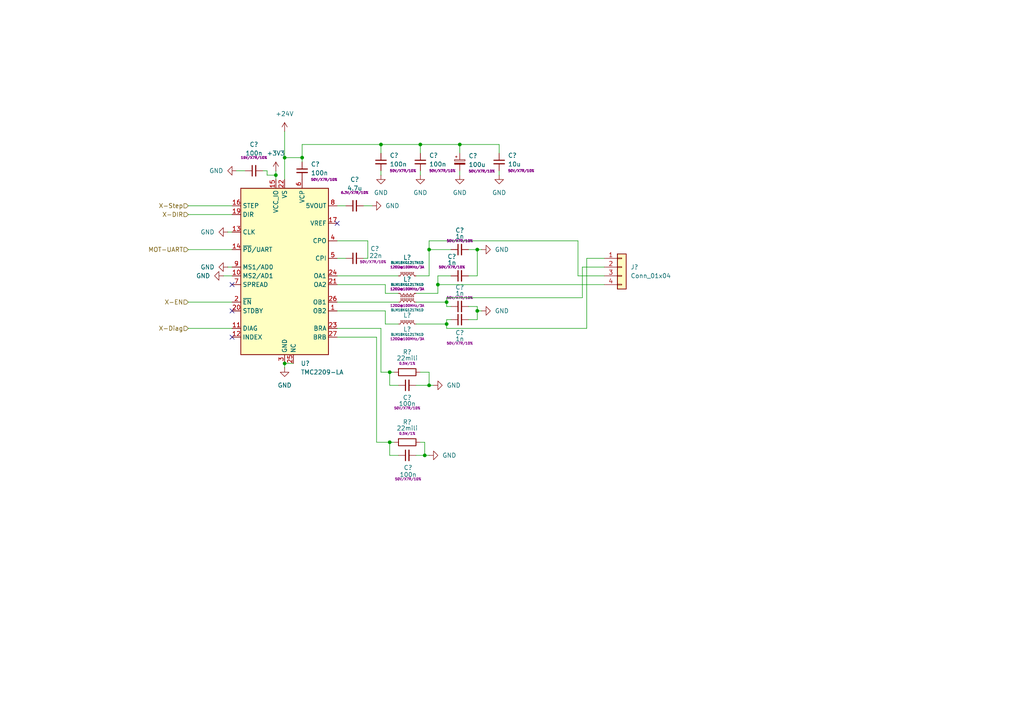
<source format=kicad_sch>
(kicad_sch
	(version 20250114)
	(generator "eeschema")
	(generator_version "9.0")
	(uuid "5310dd25-e679-4968-86d9-bb2616b6668d")
	(paper "A4")
	(lib_symbols
		(symbol "Connector_Generic:Conn_01x04"
			(pin_names
				(offset 1.016)
				(hide yes)
			)
			(exclude_from_sim no)
			(in_bom yes)
			(on_board yes)
			(property "Reference" "J"
				(at 0 5.08 0)
				(effects
					(font
						(size 1.27 1.27)
					)
				)
			)
			(property "Value" "Conn_01x04"
				(at 0 -7.62 0)
				(effects
					(font
						(size 1.27 1.27)
					)
				)
			)
			(property "Footprint" ""
				(at 0 0 0)
				(effects
					(font
						(size 1.27 1.27)
					)
					(hide yes)
				)
			)
			(property "Datasheet" "~"
				(at 0 0 0)
				(effects
					(font
						(size 1.27 1.27)
					)
					(hide yes)
				)
			)
			(property "Description" "Generic connector, single row, 01x04, script generated (kicad-library-utils/schlib/autogen/connector/)"
				(at 0 0 0)
				(effects
					(font
						(size 1.27 1.27)
					)
					(hide yes)
				)
			)
			(property "ki_keywords" "connector"
				(at 0 0 0)
				(effects
					(font
						(size 1.27 1.27)
					)
					(hide yes)
				)
			)
			(property "ki_fp_filters" "Connector*:*_1x??_*"
				(at 0 0 0)
				(effects
					(font
						(size 1.27 1.27)
					)
					(hide yes)
				)
			)
			(symbol "Conn_01x04_1_1"
				(rectangle
					(start -1.27 3.81)
					(end 1.27 -6.35)
					(stroke
						(width 0.254)
						(type default)
					)
					(fill
						(type background)
					)
				)
				(rectangle
					(start -1.27 2.667)
					(end 0 2.413)
					(stroke
						(width 0.1524)
						(type default)
					)
					(fill
						(type none)
					)
				)
				(rectangle
					(start -1.27 0.127)
					(end 0 -0.127)
					(stroke
						(width 0.1524)
						(type default)
					)
					(fill
						(type none)
					)
				)
				(rectangle
					(start -1.27 -2.413)
					(end 0 -2.667)
					(stroke
						(width 0.1524)
						(type default)
					)
					(fill
						(type none)
					)
				)
				(rectangle
					(start -1.27 -4.953)
					(end 0 -5.207)
					(stroke
						(width 0.1524)
						(type default)
					)
					(fill
						(type none)
					)
				)
				(pin passive line
					(at -5.08 2.54 0)
					(length 3.81)
					(name "Pin_1"
						(effects
							(font
								(size 1.27 1.27)
							)
						)
					)
					(number "1"
						(effects
							(font
								(size 1.27 1.27)
							)
						)
					)
				)
				(pin passive line
					(at -5.08 0 0)
					(length 3.81)
					(name "Pin_2"
						(effects
							(font
								(size 1.27 1.27)
							)
						)
					)
					(number "2"
						(effects
							(font
								(size 1.27 1.27)
							)
						)
					)
				)
				(pin passive line
					(at -5.08 -2.54 0)
					(length 3.81)
					(name "Pin_3"
						(effects
							(font
								(size 1.27 1.27)
							)
						)
					)
					(number "3"
						(effects
							(font
								(size 1.27 1.27)
							)
						)
					)
				)
				(pin passive line
					(at -5.08 -5.08 0)
					(length 3.81)
					(name "Pin_4"
						(effects
							(font
								(size 1.27 1.27)
							)
						)
					)
					(number "4"
						(effects
							(font
								(size 1.27 1.27)
							)
						)
					)
				)
			)
			(embedded_fonts no)
		)
		(symbol "Device:C_Polarized_Small"
			(pin_numbers
				(hide yes)
			)
			(pin_names
				(offset 0.254)
				(hide yes)
			)
			(exclude_from_sim no)
			(in_bom yes)
			(on_board yes)
			(property "Reference" "C"
				(at 0.254 1.778 0)
				(effects
					(font
						(size 1.27 1.27)
					)
					(justify left)
				)
			)
			(property "Value" "C_Polarized_Small"
				(at 0.254 -2.032 0)
				(effects
					(font
						(size 1.27 1.27)
					)
					(justify left)
				)
			)
			(property "Footprint" ""
				(at 0 0 0)
				(effects
					(font
						(size 1.27 1.27)
					)
					(hide yes)
				)
			)
			(property "Datasheet" "~"
				(at 0 0 0)
				(effects
					(font
						(size 1.27 1.27)
					)
					(hide yes)
				)
			)
			(property "Description" "Polarized capacitor, small symbol"
				(at 0 0 0)
				(effects
					(font
						(size 1.27 1.27)
					)
					(hide yes)
				)
			)
			(property "ki_keywords" "cap capacitor"
				(at 0 0 0)
				(effects
					(font
						(size 1.27 1.27)
					)
					(hide yes)
				)
			)
			(property "ki_fp_filters" "CP_*"
				(at 0 0 0)
				(effects
					(font
						(size 1.27 1.27)
					)
					(hide yes)
				)
			)
			(symbol "C_Polarized_Small_0_1"
				(rectangle
					(start -1.524 0.6858)
					(end 1.524 0.3048)
					(stroke
						(width 0)
						(type default)
					)
					(fill
						(type none)
					)
				)
				(rectangle
					(start -1.524 -0.3048)
					(end 1.524 -0.6858)
					(stroke
						(width 0)
						(type default)
					)
					(fill
						(type outline)
					)
				)
				(polyline
					(pts
						(xy -1.27 1.524) (xy -0.762 1.524)
					)
					(stroke
						(width 0)
						(type default)
					)
					(fill
						(type none)
					)
				)
				(polyline
					(pts
						(xy -1.016 1.27) (xy -1.016 1.778)
					)
					(stroke
						(width 0)
						(type default)
					)
					(fill
						(type none)
					)
				)
			)
			(symbol "C_Polarized_Small_1_1"
				(pin passive line
					(at 0 2.54 270)
					(length 1.8542)
					(name "~"
						(effects
							(font
								(size 1.27 1.27)
							)
						)
					)
					(number "1"
						(effects
							(font
								(size 1.27 1.27)
							)
						)
					)
				)
				(pin passive line
					(at 0 -2.54 90)
					(length 1.8542)
					(name "~"
						(effects
							(font
								(size 1.27 1.27)
							)
						)
					)
					(number "2"
						(effects
							(font
								(size 1.27 1.27)
							)
						)
					)
				)
			)
			(embedded_fonts no)
		)
		(symbol "Device:C_Small"
			(pin_numbers
				(hide yes)
			)
			(pin_names
				(offset 0.254)
				(hide yes)
			)
			(exclude_from_sim no)
			(in_bom yes)
			(on_board yes)
			(property "Reference" "C"
				(at 0.254 1.778 0)
				(effects
					(font
						(size 1.27 1.27)
					)
					(justify left)
				)
			)
			(property "Value" "C_Small"
				(at 0.254 -2.032 0)
				(effects
					(font
						(size 1.27 1.27)
					)
					(justify left)
				)
			)
			(property "Footprint" ""
				(at 0 0 0)
				(effects
					(font
						(size 1.27 1.27)
					)
					(hide yes)
				)
			)
			(property "Datasheet" "~"
				(at 0 0 0)
				(effects
					(font
						(size 1.27 1.27)
					)
					(hide yes)
				)
			)
			(property "Description" "Unpolarized capacitor, small symbol"
				(at 0 0 0)
				(effects
					(font
						(size 1.27 1.27)
					)
					(hide yes)
				)
			)
			(property "ki_keywords" "capacitor cap"
				(at 0 0 0)
				(effects
					(font
						(size 1.27 1.27)
					)
					(hide yes)
				)
			)
			(property "ki_fp_filters" "C_*"
				(at 0 0 0)
				(effects
					(font
						(size 1.27 1.27)
					)
					(hide yes)
				)
			)
			(symbol "C_Small_0_1"
				(polyline
					(pts
						(xy -1.524 0.508) (xy 1.524 0.508)
					)
					(stroke
						(width 0.3048)
						(type default)
					)
					(fill
						(type none)
					)
				)
				(polyline
					(pts
						(xy -1.524 -0.508) (xy 1.524 -0.508)
					)
					(stroke
						(width 0.3302)
						(type default)
					)
					(fill
						(type none)
					)
				)
			)
			(symbol "C_Small_1_1"
				(pin passive line
					(at 0 2.54 270)
					(length 2.032)
					(name "~"
						(effects
							(font
								(size 1.27 1.27)
							)
						)
					)
					(number "1"
						(effects
							(font
								(size 1.27 1.27)
							)
						)
					)
				)
				(pin passive line
					(at 0 -2.54 90)
					(length 2.032)
					(name "~"
						(effects
							(font
								(size 1.27 1.27)
							)
						)
					)
					(number "2"
						(effects
							(font
								(size 1.27 1.27)
							)
						)
					)
				)
			)
			(embedded_fonts no)
		)
		(symbol "Device:L_Ferrite_Small"
			(pin_numbers
				(hide yes)
			)
			(pin_names
				(offset 0.254)
				(hide yes)
			)
			(exclude_from_sim no)
			(in_bom yes)
			(on_board yes)
			(property "Reference" "L"
				(at 1.27 1.016 0)
				(effects
					(font
						(size 1.27 1.27)
					)
					(justify left)
				)
			)
			(property "Value" "L_Ferrite_Small"
				(at 1.27 -1.27 0)
				(effects
					(font
						(size 1.27 1.27)
					)
					(justify left)
				)
			)
			(property "Footprint" ""
				(at 0 0 0)
				(effects
					(font
						(size 1.27 1.27)
					)
					(hide yes)
				)
			)
			(property "Datasheet" "~"
				(at 0 0 0)
				(effects
					(font
						(size 1.27 1.27)
					)
					(hide yes)
				)
			)
			(property "Description" "Inductor with ferrite core, small symbol"
				(at 0 0 0)
				(effects
					(font
						(size 1.27 1.27)
					)
					(hide yes)
				)
			)
			(property "ki_keywords" "inductor choke coil reactor magnetic"
				(at 0 0 0)
				(effects
					(font
						(size 1.27 1.27)
					)
					(hide yes)
				)
			)
			(property "ki_fp_filters" "Choke_* *Coil* Inductor_* L_*"
				(at 0 0 0)
				(effects
					(font
						(size 1.27 1.27)
					)
					(hide yes)
				)
			)
			(symbol "L_Ferrite_Small_0_1"
				(arc
					(start 0 2.032)
					(mid 0.5058 1.524)
					(end 0 1.016)
					(stroke
						(width 0)
						(type default)
					)
					(fill
						(type none)
					)
				)
				(arc
					(start 0 1.016)
					(mid 0.5058 0.508)
					(end 0 0)
					(stroke
						(width 0)
						(type default)
					)
					(fill
						(type none)
					)
				)
				(arc
					(start 0 0)
					(mid 0.5058 -0.508)
					(end 0 -1.016)
					(stroke
						(width 0)
						(type default)
					)
					(fill
						(type none)
					)
				)
				(arc
					(start 0 -1.016)
					(mid 0.5058 -1.524)
					(end 0 -2.032)
					(stroke
						(width 0)
						(type default)
					)
					(fill
						(type none)
					)
				)
				(polyline
					(pts
						(xy 0.762 1.651) (xy 0.762 1.905)
					)
					(stroke
						(width 0)
						(type default)
					)
					(fill
						(type none)
					)
				)
				(polyline
					(pts
						(xy 0.762 1.143) (xy 0.762 1.397)
					)
					(stroke
						(width 0)
						(type default)
					)
					(fill
						(type none)
					)
				)
				(polyline
					(pts
						(xy 0.762 0.635) (xy 0.762 0.889)
					)
					(stroke
						(width 0)
						(type default)
					)
					(fill
						(type none)
					)
				)
				(polyline
					(pts
						(xy 0.762 0.127) (xy 0.762 0.381)
					)
					(stroke
						(width 0)
						(type default)
					)
					(fill
						(type none)
					)
				)
				(polyline
					(pts
						(xy 0.762 -0.381) (xy 0.762 -0.127)
					)
					(stroke
						(width 0)
						(type default)
					)
					(fill
						(type none)
					)
				)
				(polyline
					(pts
						(xy 0.762 -0.889) (xy 0.762 -0.635)
					)
					(stroke
						(width 0)
						(type default)
					)
					(fill
						(type none)
					)
				)
				(polyline
					(pts
						(xy 0.762 -1.397) (xy 0.762 -1.143)
					)
					(stroke
						(width 0)
						(type default)
					)
					(fill
						(type none)
					)
				)
				(polyline
					(pts
						(xy 0.762 -1.905) (xy 0.762 -1.651)
					)
					(stroke
						(width 0)
						(type default)
					)
					(fill
						(type none)
					)
				)
				(polyline
					(pts
						(xy 1.016 1.905) (xy 1.016 1.651)
					)
					(stroke
						(width 0)
						(type default)
					)
					(fill
						(type none)
					)
				)
				(polyline
					(pts
						(xy 1.016 1.397) (xy 1.016 1.143)
					)
					(stroke
						(width 0)
						(type default)
					)
					(fill
						(type none)
					)
				)
				(polyline
					(pts
						(xy 1.016 0.889) (xy 1.016 0.635)
					)
					(stroke
						(width 0)
						(type default)
					)
					(fill
						(type none)
					)
				)
				(polyline
					(pts
						(xy 1.016 0.381) (xy 1.016 0.127)
					)
					(stroke
						(width 0)
						(type default)
					)
					(fill
						(type none)
					)
				)
				(polyline
					(pts
						(xy 1.016 -0.127) (xy 1.016 -0.381)
					)
					(stroke
						(width 0)
						(type default)
					)
					(fill
						(type none)
					)
				)
				(polyline
					(pts
						(xy 1.016 -0.635) (xy 1.016 -0.889)
					)
					(stroke
						(width 0)
						(type default)
					)
					(fill
						(type none)
					)
				)
				(polyline
					(pts
						(xy 1.016 -1.143) (xy 1.016 -1.397)
					)
					(stroke
						(width 0)
						(type default)
					)
					(fill
						(type none)
					)
				)
				(polyline
					(pts
						(xy 1.016 -1.651) (xy 1.016 -1.905)
					)
					(stroke
						(width 0)
						(type default)
					)
					(fill
						(type none)
					)
				)
			)
			(symbol "L_Ferrite_Small_1_1"
				(pin passive line
					(at 0 2.54 270)
					(length 0.508)
					(name "~"
						(effects
							(font
								(size 1.27 1.27)
							)
						)
					)
					(number "1"
						(effects
							(font
								(size 1.27 1.27)
							)
						)
					)
				)
				(pin passive line
					(at 0 -2.54 90)
					(length 0.508)
					(name "~"
						(effects
							(font
								(size 1.27 1.27)
							)
						)
					)
					(number "2"
						(effects
							(font
								(size 1.27 1.27)
							)
						)
					)
				)
			)
			(embedded_fonts no)
		)
		(symbol "Device:R"
			(pin_numbers
				(hide yes)
			)
			(pin_names
				(offset 0)
			)
			(exclude_from_sim no)
			(in_bom yes)
			(on_board yes)
			(property "Reference" "R"
				(at 2.032 0 90)
				(effects
					(font
						(size 1.27 1.27)
					)
				)
			)
			(property "Value" "R"
				(at 0 0 90)
				(effects
					(font
						(size 1.27 1.27)
					)
				)
			)
			(property "Footprint" ""
				(at -1.778 0 90)
				(effects
					(font
						(size 1.27 1.27)
					)
					(hide yes)
				)
			)
			(property "Datasheet" "~"
				(at 0 0 0)
				(effects
					(font
						(size 1.27 1.27)
					)
					(hide yes)
				)
			)
			(property "Description" "Resistor"
				(at 0 0 0)
				(effects
					(font
						(size 1.27 1.27)
					)
					(hide yes)
				)
			)
			(property "ki_keywords" "R res resistor"
				(at 0 0 0)
				(effects
					(font
						(size 1.27 1.27)
					)
					(hide yes)
				)
			)
			(property "ki_fp_filters" "R_*"
				(at 0 0 0)
				(effects
					(font
						(size 1.27 1.27)
					)
					(hide yes)
				)
			)
			(symbol "R_0_1"
				(rectangle
					(start -1.016 -2.54)
					(end 1.016 2.54)
					(stroke
						(width 0.254)
						(type default)
					)
					(fill
						(type none)
					)
				)
			)
			(symbol "R_1_1"
				(pin passive line
					(at 0 3.81 270)
					(length 1.27)
					(name "~"
						(effects
							(font
								(size 1.27 1.27)
							)
						)
					)
					(number "1"
						(effects
							(font
								(size 1.27 1.27)
							)
						)
					)
				)
				(pin passive line
					(at 0 -3.81 90)
					(length 1.27)
					(name "~"
						(effects
							(font
								(size 1.27 1.27)
							)
						)
					)
					(number "2"
						(effects
							(font
								(size 1.27 1.27)
							)
						)
					)
				)
			)
			(embedded_fonts no)
		)
		(symbol "Driver_Motor:TMC2209-LA"
			(exclude_from_sim no)
			(in_bom yes)
			(on_board yes)
			(property "Reference" "U"
				(at -11.684 26.924 0)
				(effects
					(font
						(size 1.27 1.27)
					)
				)
			)
			(property "Value" "TMC2209-LA"
				(at 13.208 26.924 0)
				(effects
					(font
						(size 1.27 1.27)
					)
				)
			)
			(property "Footprint" "Package_DFN_QFN:VQFN-28-1EP_5x5mm_P0.5mm_EP3.7x3.7mm_ThermalVias"
				(at 0 -27.94 0)
				(effects
					(font
						(size 1.27 1.27)
					)
					(hide yes)
				)
			)
			(property "Datasheet" "https://www.analog.com/media/en/technical-documentation/data-sheets/TMC2209_datasheet_rev1.09.pdf"
				(at 0 -29.972 0)
				(effects
					(font
						(size 1.27 1.27)
					)
					(hide yes)
				)
			)
			(property "Description" "2-phase stepper motor driver, 256 µSteps, 2.8A peak, 2.0A RMS, VS = 4.75..29V, STEP/DIR and UART interface, VQFN-28"
				(at 0 -32.004 0)
				(effects
					(font
						(size 1.27 1.27)
					)
					(hide yes)
				)
			)
			(property "ki_keywords" "ADI-Trinamic Analog-Devices"
				(at 0 0 0)
				(effects
					(font
						(size 1.27 1.27)
					)
					(hide yes)
				)
			)
			(property "ki_fp_filters" "*VQFN*5x5mm*P0.5mm*EP3.7*3.7*"
				(at 0 0 0)
				(effects
					(font
						(size 1.27 1.27)
					)
					(hide yes)
				)
			)
			(symbol "TMC2209-LA_0_1"
				(rectangle
					(start -12.7 25.4)
					(end 12.7 -22.86)
					(stroke
						(width 0.254)
						(type default)
					)
					(fill
						(type background)
					)
				)
			)
			(symbol "TMC2209-LA_1_1"
				(pin input line
					(at -15.24 20.32 0)
					(length 2.54)
					(name "STEP"
						(effects
							(font
								(size 1.27 1.27)
							)
						)
					)
					(number "16"
						(effects
							(font
								(size 1.27 1.27)
							)
						)
					)
				)
				(pin input line
					(at -15.24 17.78 0)
					(length 2.54)
					(name "DIR"
						(effects
							(font
								(size 1.27 1.27)
							)
						)
					)
					(number "19"
						(effects
							(font
								(size 1.27 1.27)
							)
						)
					)
				)
				(pin input line
					(at -15.24 12.7 0)
					(length 2.54)
					(name "CLK"
						(effects
							(font
								(size 1.27 1.27)
							)
						)
					)
					(number "13"
						(effects
							(font
								(size 1.27 1.27)
							)
						)
					)
				)
				(pin bidirectional line
					(at -15.24 7.62 0)
					(length 2.54)
					(name "~{PD}/UART"
						(effects
							(font
								(size 1.27 1.27)
							)
						)
					)
					(number "14"
						(effects
							(font
								(size 1.27 1.27)
							)
						)
					)
				)
				(pin input line
					(at -15.24 2.54 0)
					(length 2.54)
					(name "MS1/AD0"
						(effects
							(font
								(size 1.27 1.27)
							)
						)
					)
					(number "9"
						(effects
							(font
								(size 1.27 1.27)
							)
						)
					)
				)
				(pin input line
					(at -15.24 0 0)
					(length 2.54)
					(name "MS2/AD1"
						(effects
							(font
								(size 1.27 1.27)
							)
						)
					)
					(number "10"
						(effects
							(font
								(size 1.27 1.27)
							)
						)
					)
				)
				(pin input line
					(at -15.24 -2.54 0)
					(length 2.54)
					(name "SPREAD"
						(effects
							(font
								(size 1.27 1.27)
							)
						)
					)
					(number "7"
						(effects
							(font
								(size 1.27 1.27)
							)
						)
					)
				)
				(pin input line
					(at -15.24 -7.62 0)
					(length 2.54)
					(name "~{EN}"
						(effects
							(font
								(size 1.27 1.27)
							)
						)
					)
					(number "2"
						(effects
							(font
								(size 1.27 1.27)
							)
						)
					)
				)
				(pin input line
					(at -15.24 -10.16 0)
					(length 2.54)
					(name "STDBY"
						(effects
							(font
								(size 1.27 1.27)
							)
						)
					)
					(number "20"
						(effects
							(font
								(size 1.27 1.27)
							)
						)
					)
				)
				(pin output line
					(at -15.24 -15.24 0)
					(length 2.54)
					(name "DIAG"
						(effects
							(font
								(size 1.27 1.27)
							)
						)
					)
					(number "11"
						(effects
							(font
								(size 1.27 1.27)
							)
						)
					)
				)
				(pin output line
					(at -15.24 -17.78 0)
					(length 2.54)
					(name "INDEX"
						(effects
							(font
								(size 1.27 1.27)
							)
						)
					)
					(number "12"
						(effects
							(font
								(size 1.27 1.27)
							)
						)
					)
				)
				(pin power_in line
					(at -2.54 27.94 270)
					(length 2.54)
					(name "VCC_IO"
						(effects
							(font
								(size 1.27 1.27)
							)
						)
					)
					(number "15"
						(effects
							(font
								(size 1.27 1.27)
							)
						)
					)
				)
				(pin power_in line
					(at 0 27.94 270)
					(length 2.54)
					(name "VS"
						(effects
							(font
								(size 1.27 1.27)
							)
						)
					)
					(number "22"
						(effects
							(font
								(size 1.27 1.27)
							)
						)
					)
				)
				(pin passive line
					(at 0 27.94 270)
					(length 2.54)
					(hide yes)
					(name "VS"
						(effects
							(font
								(size 1.27 1.27)
							)
						)
					)
					(number "28"
						(effects
							(font
								(size 1.27 1.27)
							)
						)
					)
				)
				(pin passive line
					(at 0 -25.4 90)
					(length 2.54)
					(hide yes)
					(name "GND"
						(effects
							(font
								(size 1.27 1.27)
							)
						)
					)
					(number "18"
						(effects
							(font
								(size 1.27 1.27)
							)
						)
					)
				)
				(pin passive line
					(at 0 -25.4 90)
					(length 2.54)
					(hide yes)
					(name "GND"
						(effects
							(font
								(size 1.27 1.27)
							)
						)
					)
					(number "29"
						(effects
							(font
								(size 1.27 1.27)
							)
						)
					)
				)
				(pin power_in line
					(at 0 -25.4 90)
					(length 2.54)
					(name "GND"
						(effects
							(font
								(size 1.27 1.27)
							)
						)
					)
					(number "3"
						(effects
							(font
								(size 1.27 1.27)
							)
						)
					)
				)
				(pin passive line
					(at 2.54 -25.4 90)
					(length 2.54)
					(name "NC"
						(effects
							(font
								(size 1.27 1.27)
							)
						)
					)
					(number "25"
						(effects
							(font
								(size 1.27 1.27)
							)
						)
					)
				)
				(pin output line
					(at 5.08 27.94 270)
					(length 2.54)
					(name "VCP"
						(effects
							(font
								(size 1.27 1.27)
							)
						)
					)
					(number "6"
						(effects
							(font
								(size 1.27 1.27)
							)
						)
					)
				)
				(pin power_out line
					(at 15.24 20.32 180)
					(length 2.54)
					(name "5VOUT"
						(effects
							(font
								(size 1.27 1.27)
							)
						)
					)
					(number "8"
						(effects
							(font
								(size 1.27 1.27)
							)
						)
					)
				)
				(pin passive line
					(at 15.24 15.24 180)
					(length 2.54)
					(name "VREF"
						(effects
							(font
								(size 1.27 1.27)
							)
						)
					)
					(number "17"
						(effects
							(font
								(size 1.27 1.27)
							)
						)
					)
				)
				(pin input line
					(at 15.24 10.16 180)
					(length 2.54)
					(name "CPO"
						(effects
							(font
								(size 1.27 1.27)
							)
						)
					)
					(number "4"
						(effects
							(font
								(size 1.27 1.27)
							)
						)
					)
				)
				(pin input line
					(at 15.24 5.08 180)
					(length 2.54)
					(name "CPI"
						(effects
							(font
								(size 1.27 1.27)
							)
						)
					)
					(number "5"
						(effects
							(font
								(size 1.27 1.27)
							)
						)
					)
				)
				(pin output line
					(at 15.24 0 180)
					(length 2.54)
					(name "OA1"
						(effects
							(font
								(size 1.27 1.27)
							)
						)
					)
					(number "24"
						(effects
							(font
								(size 1.27 1.27)
							)
						)
					)
				)
				(pin output line
					(at 15.24 -2.54 180)
					(length 2.54)
					(name "OA2"
						(effects
							(font
								(size 1.27 1.27)
							)
						)
					)
					(number "21"
						(effects
							(font
								(size 1.27 1.27)
							)
						)
					)
				)
				(pin output line
					(at 15.24 -7.62 180)
					(length 2.54)
					(name "OB1"
						(effects
							(font
								(size 1.27 1.27)
							)
						)
					)
					(number "26"
						(effects
							(font
								(size 1.27 1.27)
							)
						)
					)
				)
				(pin output line
					(at 15.24 -10.16 180)
					(length 2.54)
					(name "OB2"
						(effects
							(font
								(size 1.27 1.27)
							)
						)
					)
					(number "1"
						(effects
							(font
								(size 1.27 1.27)
							)
						)
					)
				)
				(pin input line
					(at 15.24 -15.24 180)
					(length 2.54)
					(name "BRA"
						(effects
							(font
								(size 1.27 1.27)
							)
						)
					)
					(number "23"
						(effects
							(font
								(size 1.27 1.27)
							)
						)
					)
				)
				(pin input line
					(at 15.24 -17.78 180)
					(length 2.54)
					(name "BRB"
						(effects
							(font
								(size 1.27 1.27)
							)
						)
					)
					(number "27"
						(effects
							(font
								(size 1.27 1.27)
							)
						)
					)
				)
			)
			(embedded_fonts no)
		)
		(symbol "power:+24V"
			(power)
			(pin_numbers
				(hide yes)
			)
			(pin_names
				(offset 0)
				(hide yes)
			)
			(exclude_from_sim no)
			(in_bom yes)
			(on_board yes)
			(property "Reference" "#PWR"
				(at 0 -3.81 0)
				(effects
					(font
						(size 1.27 1.27)
					)
					(hide yes)
				)
			)
			(property "Value" "+24V"
				(at 0 3.556 0)
				(effects
					(font
						(size 1.27 1.27)
					)
				)
			)
			(property "Footprint" ""
				(at 0 0 0)
				(effects
					(font
						(size 1.27 1.27)
					)
					(hide yes)
				)
			)
			(property "Datasheet" ""
				(at 0 0 0)
				(effects
					(font
						(size 1.27 1.27)
					)
					(hide yes)
				)
			)
			(property "Description" "Power symbol creates a global label with name \"+24V\""
				(at 0 0 0)
				(effects
					(font
						(size 1.27 1.27)
					)
					(hide yes)
				)
			)
			(property "ki_keywords" "global power"
				(at 0 0 0)
				(effects
					(font
						(size 1.27 1.27)
					)
					(hide yes)
				)
			)
			(symbol "+24V_0_1"
				(polyline
					(pts
						(xy -0.762 1.27) (xy 0 2.54)
					)
					(stroke
						(width 0)
						(type default)
					)
					(fill
						(type none)
					)
				)
				(polyline
					(pts
						(xy 0 2.54) (xy 0.762 1.27)
					)
					(stroke
						(width 0)
						(type default)
					)
					(fill
						(type none)
					)
				)
				(polyline
					(pts
						(xy 0 0) (xy 0 2.54)
					)
					(stroke
						(width 0)
						(type default)
					)
					(fill
						(type none)
					)
				)
			)
			(symbol "+24V_1_1"
				(pin power_in line
					(at 0 0 90)
					(length 0)
					(name "~"
						(effects
							(font
								(size 1.27 1.27)
							)
						)
					)
					(number "1"
						(effects
							(font
								(size 1.27 1.27)
							)
						)
					)
				)
			)
			(embedded_fonts no)
		)
		(symbol "power:+3V3"
			(power)
			(pin_numbers
				(hide yes)
			)
			(pin_names
				(offset 0)
				(hide yes)
			)
			(exclude_from_sim no)
			(in_bom yes)
			(on_board yes)
			(property "Reference" "#PWR"
				(at 0 -3.81 0)
				(effects
					(font
						(size 1.27 1.27)
					)
					(hide yes)
				)
			)
			(property "Value" "+3V3"
				(at 0 3.556 0)
				(effects
					(font
						(size 1.27 1.27)
					)
				)
			)
			(property "Footprint" ""
				(at 0 0 0)
				(effects
					(font
						(size 1.27 1.27)
					)
					(hide yes)
				)
			)
			(property "Datasheet" ""
				(at 0 0 0)
				(effects
					(font
						(size 1.27 1.27)
					)
					(hide yes)
				)
			)
			(property "Description" "Power symbol creates a global label with name \"+3V3\""
				(at 0 0 0)
				(effects
					(font
						(size 1.27 1.27)
					)
					(hide yes)
				)
			)
			(property "ki_keywords" "global power"
				(at 0 0 0)
				(effects
					(font
						(size 1.27 1.27)
					)
					(hide yes)
				)
			)
			(symbol "+3V3_0_1"
				(polyline
					(pts
						(xy -0.762 1.27) (xy 0 2.54)
					)
					(stroke
						(width 0)
						(type default)
					)
					(fill
						(type none)
					)
				)
				(polyline
					(pts
						(xy 0 2.54) (xy 0.762 1.27)
					)
					(stroke
						(width 0)
						(type default)
					)
					(fill
						(type none)
					)
				)
				(polyline
					(pts
						(xy 0 0) (xy 0 2.54)
					)
					(stroke
						(width 0)
						(type default)
					)
					(fill
						(type none)
					)
				)
			)
			(symbol "+3V3_1_1"
				(pin power_in line
					(at 0 0 90)
					(length 0)
					(name "~"
						(effects
							(font
								(size 1.27 1.27)
							)
						)
					)
					(number "1"
						(effects
							(font
								(size 1.27 1.27)
							)
						)
					)
				)
			)
			(embedded_fonts no)
		)
		(symbol "power:GND"
			(power)
			(pin_numbers
				(hide yes)
			)
			(pin_names
				(offset 0)
				(hide yes)
			)
			(exclude_from_sim no)
			(in_bom yes)
			(on_board yes)
			(property "Reference" "#PWR"
				(at 0 -6.35 0)
				(effects
					(font
						(size 1.27 1.27)
					)
					(hide yes)
				)
			)
			(property "Value" "GND"
				(at 0 -3.81 0)
				(effects
					(font
						(size 1.27 1.27)
					)
				)
			)
			(property "Footprint" ""
				(at 0 0 0)
				(effects
					(font
						(size 1.27 1.27)
					)
					(hide yes)
				)
			)
			(property "Datasheet" ""
				(at 0 0 0)
				(effects
					(font
						(size 1.27 1.27)
					)
					(hide yes)
				)
			)
			(property "Description" "Power symbol creates a global label with name \"GND\" , ground"
				(at 0 0 0)
				(effects
					(font
						(size 1.27 1.27)
					)
					(hide yes)
				)
			)
			(property "ki_keywords" "global power"
				(at 0 0 0)
				(effects
					(font
						(size 1.27 1.27)
					)
					(hide yes)
				)
			)
			(symbol "GND_0_1"
				(polyline
					(pts
						(xy 0 0) (xy 0 -1.27) (xy 1.27 -1.27) (xy 0 -2.54) (xy -1.27 -1.27) (xy 0 -1.27)
					)
					(stroke
						(width 0)
						(type default)
					)
					(fill
						(type none)
					)
				)
			)
			(symbol "GND_1_1"
				(pin power_in line
					(at 0 0 270)
					(length 0)
					(name "~"
						(effects
							(font
								(size 1.27 1.27)
							)
						)
					)
					(number "1"
						(effects
							(font
								(size 1.27 1.27)
							)
						)
					)
				)
			)
			(embedded_fonts no)
		)
	)
	(junction
		(at 80.01 50.8)
		(diameter 0)
		(color 0 0 0 0)
		(uuid "285dbd5e-73ac-4b76-a33b-34309897c98d")
	)
	(junction
		(at 110.49 41.91)
		(diameter 0)
		(color 0 0 0 0)
		(uuid "2d7030e5-6c3b-4cc2-81a3-450dd5f0a59e")
	)
	(junction
		(at 127 82.55)
		(diameter 0)
		(color 0 0 0 0)
		(uuid "3267963d-a797-4e81-8ee7-e8e79386d093")
	)
	(junction
		(at 138.43 90.17)
		(diameter 0)
		(color 0 0 0 0)
		(uuid "39a738c2-190e-418d-a861-9b7c076832d6")
	)
	(junction
		(at 124.46 72.39)
		(diameter 0)
		(color 0 0 0 0)
		(uuid "40b6a2b8-1f2b-4f6a-a624-172e594ece43")
	)
	(junction
		(at 133.35 41.91)
		(diameter 0)
		(color 0 0 0 0)
		(uuid "4e4be026-6cbe-4052-b4e6-e1be0a7362b5")
	)
	(junction
		(at 87.63 45.72)
		(diameter 0)
		(color 0 0 0 0)
		(uuid "65729ce0-b77a-49c6-aa00-368288db6fb3")
	)
	(junction
		(at 121.92 41.91)
		(diameter 0)
		(color 0 0 0 0)
		(uuid "8723d32b-4481-46bc-97bf-b738867788fc")
	)
	(junction
		(at 129.54 87.63)
		(diameter 0)
		(color 0 0 0 0)
		(uuid "8f85a568-3c5a-4f28-8f63-7c30d8180e03")
	)
	(junction
		(at 124.46 111.76)
		(diameter 0)
		(color 0 0 0 0)
		(uuid "8fba0b55-87fd-4d81-b795-cfc7dc6b8de6")
	)
	(junction
		(at 113.03 128.27)
		(diameter 0)
		(color 0 0 0 0)
		(uuid "945c1ff2-3776-4f20-acbd-fe4c6f306685")
	)
	(junction
		(at 82.55 45.72)
		(diameter 0)
		(color 0 0 0 0)
		(uuid "94cb7e7b-38a4-4af6-ae1b-dc69d006e75c")
	)
	(junction
		(at 82.55 105.41)
		(diameter 0)
		(color 0 0 0 0)
		(uuid "a81e90a5-10b2-4b86-9412-c57ae917c356")
	)
	(junction
		(at 138.43 72.39)
		(diameter 0)
		(color 0 0 0 0)
		(uuid "b2ba85fb-14f6-4767-870f-29768222248c")
	)
	(junction
		(at 113.03 107.95)
		(diameter 0)
		(color 0 0 0 0)
		(uuid "b6af83f8-f9de-44ab-8223-a6f678d144db")
	)
	(junction
		(at 129.54 93.98)
		(diameter 0)
		(color 0 0 0 0)
		(uuid "bd714ece-4dc4-493a-868b-f7732c8f5d6f")
	)
	(junction
		(at 123.19 132.08)
		(diameter 0)
		(color 0 0 0 0)
		(uuid "f4876e62-d182-4dc8-ab74-35133645971e")
	)
	(no_connect
		(at 97.79 64.77)
		(uuid "275d7593-8973-4fd2-9f80-61e2f726635f")
	)
	(no_connect
		(at 67.31 90.17)
		(uuid "87a548ed-4bf7-4c2f-bf65-8327a7e32ee7")
	)
	(no_connect
		(at 67.31 82.55)
		(uuid "acab2f98-986c-423b-bee5-91968a656d05")
	)
	(no_connect
		(at 67.31 97.79)
		(uuid "c6905ff1-57c4-479e-90e8-9bdf689adee4")
	)
	(wire
		(pts
			(xy 133.35 49.53) (xy 133.35 50.8)
		)
		(stroke
			(width 0)
			(type default)
		)
		(uuid "0229bd69-0905-46dd-a151-f9ed164eb58c")
	)
	(wire
		(pts
			(xy 127 82.55) (xy 175.26 82.55)
		)
		(stroke
			(width 0)
			(type default)
		)
		(uuid "022d4bf1-c245-460f-8907-b7b32c65d04a")
	)
	(wire
		(pts
			(xy 120.65 85.09) (xy 127 85.09)
		)
		(stroke
			(width 0)
			(type default)
		)
		(uuid "027010b1-79bb-4365-8d65-39c6376fc5bc")
	)
	(wire
		(pts
			(xy 120.65 132.08) (xy 123.19 132.08)
		)
		(stroke
			(width 0)
			(type default)
		)
		(uuid "07aa3575-c6a8-485a-b25d-aa53b0aa4d3a")
	)
	(wire
		(pts
			(xy 121.92 49.53) (xy 121.92 50.8)
		)
		(stroke
			(width 0)
			(type default)
		)
		(uuid "0b69b710-789a-4def-af43-24ae229924c7")
	)
	(wire
		(pts
			(xy 123.19 132.08) (xy 124.46 132.08)
		)
		(stroke
			(width 0)
			(type default)
		)
		(uuid "176b6fcf-dd56-498d-8d88-658dcad9d6d5")
	)
	(wire
		(pts
			(xy 170.18 95.25) (xy 170.18 74.93)
		)
		(stroke
			(width 0)
			(type default)
		)
		(uuid "17757d1a-4601-4de0-8430-b03fccec05f7")
	)
	(wire
		(pts
			(xy 135.89 92.71) (xy 138.43 92.71)
		)
		(stroke
			(width 0)
			(type default)
		)
		(uuid "18123186-bad9-406a-a7fd-816f005c0b3c")
	)
	(wire
		(pts
			(xy 133.35 41.91) (xy 121.92 41.91)
		)
		(stroke
			(width 0)
			(type default)
		)
		(uuid "1901e10f-1a56-4473-8eb0-c5af1b4b4fa8")
	)
	(wire
		(pts
			(xy 87.63 45.72) (xy 87.63 46.99)
		)
		(stroke
			(width 0)
			(type default)
		)
		(uuid "1d64c859-7275-4efa-bc6d-54d8d69bbb1d")
	)
	(wire
		(pts
			(xy 129.54 88.9) (xy 130.81 88.9)
		)
		(stroke
			(width 0)
			(type default)
		)
		(uuid "1fee513c-6705-499a-8037-bd026e226491")
	)
	(wire
		(pts
			(xy 109.22 97.79) (xy 109.22 128.27)
		)
		(stroke
			(width 0)
			(type default)
		)
		(uuid "201a8c4c-6091-4e79-8fe1-3a6f74d3eec8")
	)
	(wire
		(pts
			(xy 135.89 72.39) (xy 138.43 72.39)
		)
		(stroke
			(width 0)
			(type default)
		)
		(uuid "24c1b61f-e2c5-4c0c-8bb5-6eb10758b03e")
	)
	(wire
		(pts
			(xy 80.01 50.8) (xy 77.47 50.8)
		)
		(stroke
			(width 0)
			(type default)
		)
		(uuid "24fd717a-bc20-428f-a525-865028bf80a2")
	)
	(wire
		(pts
			(xy 80.01 50.8) (xy 80.01 49.53)
		)
		(stroke
			(width 0)
			(type default)
		)
		(uuid "2637914d-b547-4687-a664-ac5346704faf")
	)
	(wire
		(pts
			(xy 124.46 107.95) (xy 121.92 107.95)
		)
		(stroke
			(width 0)
			(type default)
		)
		(uuid "26dd47c6-5d8a-479a-8135-324c0773307b")
	)
	(wire
		(pts
			(xy 77.47 50.8) (xy 77.47 49.53)
		)
		(stroke
			(width 0)
			(type default)
		)
		(uuid "2817bc4f-e7df-4514-8e45-bc41fed31900")
	)
	(wire
		(pts
			(xy 129.54 92.71) (xy 129.54 93.98)
		)
		(stroke
			(width 0)
			(type default)
		)
		(uuid "2970fdb5-56f5-41e5-a851-c707b906b759")
	)
	(wire
		(pts
			(xy 129.54 88.9) (xy 129.54 87.63)
		)
		(stroke
			(width 0)
			(type default)
		)
		(uuid "2bedb505-231e-4dc4-8bf1-4314313c6b74")
	)
	(wire
		(pts
			(xy 168.91 77.47) (xy 175.26 77.47)
		)
		(stroke
			(width 0)
			(type default)
		)
		(uuid "2f061e58-95c5-4670-9fd9-4c11b0c39557")
	)
	(wire
		(pts
			(xy 138.43 90.17) (xy 139.7 90.17)
		)
		(stroke
			(width 0)
			(type default)
		)
		(uuid "30b556c3-9b90-4e13-ac0e-6eecd7b4b0e1")
	)
	(wire
		(pts
			(xy 138.43 92.71) (xy 138.43 90.17)
		)
		(stroke
			(width 0)
			(type default)
		)
		(uuid "311eb55b-b35b-4b19-959f-b6fbe06241fc")
	)
	(wire
		(pts
			(xy 124.46 111.76) (xy 125.73 111.76)
		)
		(stroke
			(width 0)
			(type default)
		)
		(uuid "327e125d-23ce-42ac-b659-739811625b2f")
	)
	(wire
		(pts
			(xy 120.65 111.76) (xy 124.46 111.76)
		)
		(stroke
			(width 0)
			(type default)
		)
		(uuid "33ef7a39-0928-467f-84e2-8ddf161faa77")
	)
	(wire
		(pts
			(xy 167.64 80.01) (xy 175.26 80.01)
		)
		(stroke
			(width 0)
			(type default)
		)
		(uuid "35dcc124-af08-487a-8dd4-5d53d622fc39")
	)
	(wire
		(pts
			(xy 113.03 132.08) (xy 115.57 132.08)
		)
		(stroke
			(width 0)
			(type default)
		)
		(uuid "36887faa-2742-4aee-b28a-dabd976ccec4")
	)
	(wire
		(pts
			(xy 167.64 69.85) (xy 167.64 80.01)
		)
		(stroke
			(width 0)
			(type default)
		)
		(uuid "3aa2d557-652a-451b-a969-a6619ddd14f8")
	)
	(wire
		(pts
			(xy 123.19 128.27) (xy 121.92 128.27)
		)
		(stroke
			(width 0)
			(type default)
		)
		(uuid "43ece735-dcff-4d3f-844b-6c0c7cc8ed07")
	)
	(wire
		(pts
			(xy 127 85.09) (xy 127 82.55)
		)
		(stroke
			(width 0)
			(type default)
		)
		(uuid "44e78efc-d48e-41fd-9c2e-e4f36cffefac")
	)
	(wire
		(pts
			(xy 138.43 72.39) (xy 138.43 80.01)
		)
		(stroke
			(width 0)
			(type default)
		)
		(uuid "4a2ce087-72aa-497c-bab5-8936b6defdc2")
	)
	(wire
		(pts
			(xy 121.92 41.91) (xy 110.49 41.91)
		)
		(stroke
			(width 0)
			(type default)
		)
		(uuid "4a7cbff3-00aa-4308-a9a8-b1099bde9625")
	)
	(wire
		(pts
			(xy 97.79 82.55) (xy 111.76 82.55)
		)
		(stroke
			(width 0)
			(type default)
		)
		(uuid "4b23a07f-5914-44f8-886c-e2cf55819f1e")
	)
	(wire
		(pts
			(xy 111.76 85.09) (xy 115.57 85.09)
		)
		(stroke
			(width 0)
			(type default)
		)
		(uuid "4c58be1c-a585-4cf9-a772-0633fd095d4f")
	)
	(wire
		(pts
			(xy 110.49 49.53) (xy 110.49 50.8)
		)
		(stroke
			(width 0)
			(type default)
		)
		(uuid "4dcee30a-23ea-43a4-89df-67b4514f111b")
	)
	(wire
		(pts
			(xy 97.79 59.69) (xy 100.33 59.69)
		)
		(stroke
			(width 0)
			(type default)
		)
		(uuid "4faa87cf-7ba2-4784-8c34-e627d273913e")
	)
	(wire
		(pts
			(xy 64.77 80.01) (xy 67.31 80.01)
		)
		(stroke
			(width 0)
			(type default)
		)
		(uuid "60e3ba56-ce77-4801-b377-e480b35f12b2")
	)
	(wire
		(pts
			(xy 113.03 107.95) (xy 114.3 107.95)
		)
		(stroke
			(width 0)
			(type default)
		)
		(uuid "610c20ff-e69a-4ff1-be15-ad337ab27552")
	)
	(wire
		(pts
			(xy 54.61 59.69) (xy 67.31 59.69)
		)
		(stroke
			(width 0)
			(type default)
		)
		(uuid "611c77f4-7abe-47c8-aa8b-97bf1e440218")
	)
	(wire
		(pts
			(xy 113.03 128.27) (xy 114.3 128.27)
		)
		(stroke
			(width 0)
			(type default)
		)
		(uuid "62403241-54ac-407b-95fe-d01eef4e12e0")
	)
	(wire
		(pts
			(xy 77.47 49.53) (xy 76.2 49.53)
		)
		(stroke
			(width 0)
			(type default)
		)
		(uuid "63fe83d2-f434-4f45-9994-0eca4c6c447e")
	)
	(wire
		(pts
			(xy 123.19 132.08) (xy 123.19 128.27)
		)
		(stroke
			(width 0)
			(type default)
		)
		(uuid "644aedbb-7899-435c-b9b9-8f161581ea48")
	)
	(wire
		(pts
			(xy 121.92 41.91) (xy 121.92 44.45)
		)
		(stroke
			(width 0)
			(type default)
		)
		(uuid "658f1088-b3db-40ee-bc96-91a0f2edf7a0")
	)
	(wire
		(pts
			(xy 138.43 80.01) (xy 135.89 80.01)
		)
		(stroke
			(width 0)
			(type default)
		)
		(uuid "67a81268-1e68-448d-ae53-fcd846b8edab")
	)
	(wire
		(pts
			(xy 129.54 95.25) (xy 170.18 95.25)
		)
		(stroke
			(width 0)
			(type default)
		)
		(uuid "6a4691f5-5097-4223-b8f0-5312e6fff23f")
	)
	(wire
		(pts
			(xy 144.78 49.53) (xy 144.78 50.8)
		)
		(stroke
			(width 0)
			(type default)
		)
		(uuid "6c22a6d0-a59e-404b-a3bb-51be52d21b85")
	)
	(wire
		(pts
			(xy 97.79 97.79) (xy 109.22 97.79)
		)
		(stroke
			(width 0)
			(type default)
		)
		(uuid "6cfa1e02-a021-4604-b236-31d3fdd6d196")
	)
	(wire
		(pts
			(xy 110.49 107.95) (xy 113.03 107.95)
		)
		(stroke
			(width 0)
			(type default)
		)
		(uuid "7218d476-dba0-4bdf-a0fc-882a98de7e71")
	)
	(wire
		(pts
			(xy 124.46 72.39) (xy 130.81 72.39)
		)
		(stroke
			(width 0)
			(type default)
		)
		(uuid "72cba0ed-8a6b-48f8-906a-00d4f950058c")
	)
	(wire
		(pts
			(xy 138.43 90.17) (xy 138.43 88.9)
		)
		(stroke
			(width 0)
			(type default)
		)
		(uuid "750408de-1b5e-434e-97b9-cd4086948292")
	)
	(wire
		(pts
			(xy 97.79 90.17) (xy 111.76 90.17)
		)
		(stroke
			(width 0)
			(type default)
		)
		(uuid "771cb235-f9a3-45cd-93e7-b0bfa029fc6d")
	)
	(wire
		(pts
			(xy 138.43 88.9) (xy 135.89 88.9)
		)
		(stroke
			(width 0)
			(type default)
		)
		(uuid "77925b7d-cf39-4c56-8a77-a8f4c75c8c58")
	)
	(wire
		(pts
			(xy 106.68 74.93) (xy 106.68 69.85)
		)
		(stroke
			(width 0)
			(type default)
		)
		(uuid "7927744f-9956-42c1-a980-ddee11a7664e")
	)
	(wire
		(pts
			(xy 144.78 41.91) (xy 133.35 41.91)
		)
		(stroke
			(width 0)
			(type default)
		)
		(uuid "7b17a3a6-afd7-4545-a92e-2a5b6df6b834")
	)
	(wire
		(pts
			(xy 113.03 107.95) (xy 113.03 111.76)
		)
		(stroke
			(width 0)
			(type default)
		)
		(uuid "7b4aa60a-6b6a-4a57-872b-dbac1128e461")
	)
	(wire
		(pts
			(xy 87.63 41.91) (xy 110.49 41.91)
		)
		(stroke
			(width 0)
			(type default)
		)
		(uuid "7e255e0c-0225-400d-9e6c-5d48b6ccd0b9")
	)
	(wire
		(pts
			(xy 66.04 77.47) (xy 67.31 77.47)
		)
		(stroke
			(width 0)
			(type default)
		)
		(uuid "7fd769cf-5085-4139-80d9-718363d71685")
	)
	(wire
		(pts
			(xy 111.76 82.55) (xy 111.76 85.09)
		)
		(stroke
			(width 0)
			(type default)
		)
		(uuid "80dcdaa5-097b-42ef-a018-b6cf1c6b653f")
	)
	(wire
		(pts
			(xy 97.79 95.25) (xy 110.49 95.25)
		)
		(stroke
			(width 0)
			(type default)
		)
		(uuid "83eaac54-d809-47cf-b3e4-990e2b9af3b4")
	)
	(wire
		(pts
			(xy 54.61 72.39) (xy 67.31 72.39)
		)
		(stroke
			(width 0)
			(type default)
		)
		(uuid "848c5c64-f298-40de-a581-e97773d5d306")
	)
	(wire
		(pts
			(xy 87.63 41.91) (xy 87.63 45.72)
		)
		(stroke
			(width 0)
			(type default)
		)
		(uuid "852cb119-db43-4454-8006-9adecbf5c3ff")
	)
	(wire
		(pts
			(xy 113.03 111.76) (xy 115.57 111.76)
		)
		(stroke
			(width 0)
			(type default)
		)
		(uuid "8976ec38-bb3e-4aab-8b9a-a582ec3b8604")
	)
	(wire
		(pts
			(xy 82.55 105.41) (xy 85.09 105.41)
		)
		(stroke
			(width 0)
			(type default)
		)
		(uuid "8e4667ed-34ca-4d64-8b2f-980b6fd66976")
	)
	(wire
		(pts
			(xy 82.55 45.72) (xy 87.63 45.72)
		)
		(stroke
			(width 0)
			(type default)
		)
		(uuid "8f6eeb24-df56-4981-bf1d-e6b7280395ce")
	)
	(wire
		(pts
			(xy 105.41 74.93) (xy 106.68 74.93)
		)
		(stroke
			(width 0)
			(type default)
		)
		(uuid "9118d60e-2127-4d38-b058-c6107a032492")
	)
	(wire
		(pts
			(xy 111.76 90.17) (xy 111.76 93.98)
		)
		(stroke
			(width 0)
			(type default)
		)
		(uuid "980192fd-2025-4b23-a521-d1ae14596838")
	)
	(wire
		(pts
			(xy 82.55 105.41) (xy 82.55 106.68)
		)
		(stroke
			(width 0)
			(type default)
		)
		(uuid "9b9225c4-ae10-4d8c-b809-5e4f9b8d28ab")
	)
	(wire
		(pts
			(xy 168.91 86.36) (xy 168.91 77.47)
		)
		(stroke
			(width 0)
			(type default)
		)
		(uuid "9ea75601-52c0-47d9-924c-c72cb6d4494a")
	)
	(wire
		(pts
			(xy 129.54 92.71) (xy 130.81 92.71)
		)
		(stroke
			(width 0)
			(type default)
		)
		(uuid "9f067cde-2fc6-4c78-b46d-93d572ac995f")
	)
	(wire
		(pts
			(xy 54.61 87.63) (xy 67.31 87.63)
		)
		(stroke
			(width 0)
			(type default)
		)
		(uuid "a26260a1-eb29-473d-b564-d4bea37f73c5")
	)
	(wire
		(pts
			(xy 97.79 74.93) (xy 100.33 74.93)
		)
		(stroke
			(width 0)
			(type default)
		)
		(uuid "a3cefbe3-b8b4-4640-afc0-b6f0282a8228")
	)
	(wire
		(pts
			(xy 129.54 93.98) (xy 129.54 95.25)
		)
		(stroke
			(width 0)
			(type default)
		)
		(uuid "a40cb3ad-e237-4d01-a8b8-6384f112f3b0")
	)
	(wire
		(pts
			(xy 127 82.55) (xy 127 80.01)
		)
		(stroke
			(width 0)
			(type default)
		)
		(uuid "a56db546-57a5-4fe8-ba2e-8728c6261ea8")
	)
	(wire
		(pts
			(xy 129.54 86.36) (xy 168.91 86.36)
		)
		(stroke
			(width 0)
			(type default)
		)
		(uuid "a65d78fc-f632-4dd4-b49c-88801ad00d9a")
	)
	(wire
		(pts
			(xy 82.55 38.1) (xy 82.55 45.72)
		)
		(stroke
			(width 0)
			(type default)
		)
		(uuid "b19dcf35-0b0e-4550-8337-5fd7cccf3594")
	)
	(wire
		(pts
			(xy 82.55 45.72) (xy 82.55 52.07)
		)
		(stroke
			(width 0)
			(type default)
		)
		(uuid "b344f4bf-ceda-4f29-8579-26da8fcb26e1")
	)
	(wire
		(pts
			(xy 124.46 111.76) (xy 124.46 107.95)
		)
		(stroke
			(width 0)
			(type default)
		)
		(uuid "b53dcf80-dacb-4fdc-b277-3e71eaeffb0c")
	)
	(wire
		(pts
			(xy 97.79 80.01) (xy 115.57 80.01)
		)
		(stroke
			(width 0)
			(type default)
		)
		(uuid "b8e0e69e-2cad-4d45-944b-3aeec31bb7b8")
	)
	(wire
		(pts
			(xy 127 80.01) (xy 130.81 80.01)
		)
		(stroke
			(width 0)
			(type default)
		)
		(uuid "b95a85dc-c079-4e56-a0fa-dcdd1575c699")
	)
	(wire
		(pts
			(xy 120.65 93.98) (xy 129.54 93.98)
		)
		(stroke
			(width 0)
			(type default)
		)
		(uuid "b9bd68bf-5747-40a1-9770-060ca82e4a73")
	)
	(wire
		(pts
			(xy 120.65 80.01) (xy 124.46 80.01)
		)
		(stroke
			(width 0)
			(type default)
		)
		(uuid "bef2a92e-338e-4217-aa25-1410682d1449")
	)
	(wire
		(pts
			(xy 105.41 59.69) (xy 107.95 59.69)
		)
		(stroke
			(width 0)
			(type default)
		)
		(uuid "c17e4b9c-1bc1-4d18-98ff-94da94dd2282")
	)
	(wire
		(pts
			(xy 54.61 95.25) (xy 67.31 95.25)
		)
		(stroke
			(width 0)
			(type default)
		)
		(uuid "c1c8a196-224b-4518-91d0-24d822ef6752")
	)
	(wire
		(pts
			(xy 110.49 95.25) (xy 110.49 107.95)
		)
		(stroke
			(width 0)
			(type default)
		)
		(uuid "c652ec39-33f4-4ac6-92e1-aaa20be9f350")
	)
	(wire
		(pts
			(xy 124.46 80.01) (xy 124.46 72.39)
		)
		(stroke
			(width 0)
			(type default)
		)
		(uuid "d1425c02-bb70-4471-b12a-bdf9f618544b")
	)
	(wire
		(pts
			(xy 80.01 52.07) (xy 80.01 50.8)
		)
		(stroke
			(width 0)
			(type default)
		)
		(uuid "d185300a-5f34-4181-ac10-9cfddf5d6b11")
	)
	(wire
		(pts
			(xy 120.65 87.63) (xy 129.54 87.63)
		)
		(stroke
			(width 0)
			(type default)
		)
		(uuid "d48dde35-9456-4511-a658-1b99c14147cf")
	)
	(wire
		(pts
			(xy 138.43 72.39) (xy 139.7 72.39)
		)
		(stroke
			(width 0)
			(type default)
		)
		(uuid "d6928fea-11b9-4b34-9530-0d40493da872")
	)
	(wire
		(pts
			(xy 54.61 62.23) (xy 67.31 62.23)
		)
		(stroke
			(width 0)
			(type default)
		)
		(uuid "d7c60a18-32a5-4240-98f5-3547d8f0272f")
	)
	(wire
		(pts
			(xy 110.49 41.91) (xy 110.49 44.45)
		)
		(stroke
			(width 0)
			(type default)
		)
		(uuid "d942ebd7-a732-4fa7-bc90-bc3bc6629079")
	)
	(wire
		(pts
			(xy 133.35 41.91) (xy 133.35 44.45)
		)
		(stroke
			(width 0)
			(type default)
		)
		(uuid "da93de90-ca10-40f0-a896-09198412e92a")
	)
	(wire
		(pts
			(xy 144.78 44.45) (xy 144.78 41.91)
		)
		(stroke
			(width 0)
			(type default)
		)
		(uuid "dc4dccbb-4340-4a4b-85db-20e587590848")
	)
	(wire
		(pts
			(xy 113.03 128.27) (xy 113.03 132.08)
		)
		(stroke
			(width 0)
			(type default)
		)
		(uuid "ddd5f83f-335d-4eb9-8b2d-81e1d78f7b3f")
	)
	(wire
		(pts
			(xy 111.76 93.98) (xy 115.57 93.98)
		)
		(stroke
			(width 0)
			(type default)
		)
		(uuid "e0230c2d-6e99-4f3a-95c9-755553581850")
	)
	(wire
		(pts
			(xy 97.79 87.63) (xy 115.57 87.63)
		)
		(stroke
			(width 0)
			(type default)
		)
		(uuid "ec65aef8-5a22-4bf1-a587-e840760ea38d")
	)
	(wire
		(pts
			(xy 66.04 67.31) (xy 67.31 67.31)
		)
		(stroke
			(width 0)
			(type default)
		)
		(uuid "ef0f5ceb-9891-41d4-8466-4f673fbe101e")
	)
	(wire
		(pts
			(xy 124.46 69.85) (xy 167.64 69.85)
		)
		(stroke
			(width 0)
			(type default)
		)
		(uuid "ef95fa0e-ca91-4ff8-a9fb-cc54dd1232f3")
	)
	(wire
		(pts
			(xy 170.18 74.93) (xy 175.26 74.93)
		)
		(stroke
			(width 0)
			(type default)
		)
		(uuid "f36aad7b-9a5a-41d8-83eb-f2badf14a12e")
	)
	(wire
		(pts
			(xy 68.58 49.53) (xy 71.12 49.53)
		)
		(stroke
			(width 0)
			(type default)
		)
		(uuid "f4965d14-588c-4535-941b-b9d2d0798dda")
	)
	(wire
		(pts
			(xy 124.46 72.39) (xy 124.46 69.85)
		)
		(stroke
			(width 0)
			(type default)
		)
		(uuid "f735b498-3143-4c6d-b428-746dc654524c")
	)
	(wire
		(pts
			(xy 106.68 69.85) (xy 97.79 69.85)
		)
		(stroke
			(width 0)
			(type default)
		)
		(uuid "fba39583-4067-4fec-a1bf-7a85b3408df0")
	)
	(wire
		(pts
			(xy 129.54 87.63) (xy 129.54 86.36)
		)
		(stroke
			(width 0)
			(type default)
		)
		(uuid "fcf94916-d333-4930-ae71-c530fd11148c")
	)
	(wire
		(pts
			(xy 109.22 128.27) (xy 113.03 128.27)
		)
		(stroke
			(width 0)
			(type default)
		)
		(uuid "fdab175e-5806-46be-bfe8-a02abbaf313c")
	)
	(hierarchical_label "X-Step"
		(shape input)
		(at 54.61 59.69 180)
		(effects
			(font
				(size 1.27 1.27)
			)
			(justify right)
		)
		(uuid "542c6450-cd13-4867-b88a-6ba497db359b")
	)
	(hierarchical_label "X-DIR"
		(shape input)
		(at 54.61 62.23 180)
		(effects
			(font
				(size 1.27 1.27)
			)
			(justify right)
		)
		(uuid "5ee1e16c-454e-46c2-80d6-6f83ea044f2e")
	)
	(hierarchical_label "MOT-UART"
		(shape input)
		(at 54.61 72.39 180)
		(effects
			(font
				(size 1.27 1.27)
			)
			(justify right)
		)
		(uuid "89edb625-963b-4713-86fa-e3b08605c83d")
	)
	(hierarchical_label "X-EN"
		(shape input)
		(at 54.61 87.63 180)
		(effects
			(font
				(size 1.27 1.27)
			)
			(justify right)
		)
		(uuid "a61de492-db29-4014-b862-ab0e06b789c3")
	)
	(hierarchical_label "X-Diag"
		(shape input)
		(at 54.61 95.25 180)
		(effects
			(font
				(size 1.27 1.27)
			)
			(justify right)
		)
		(uuid "c2ead0ca-3a84-4842-ba7a-ae99d41a6e6b")
	)
	(symbol
		(lib_id "power:GND")
		(at 68.58 49.53 270)
		(unit 1)
		(exclude_from_sim no)
		(in_bom yes)
		(on_board yes)
		(dnp no)
		(fields_autoplaced yes)
		(uuid "01880e31-2778-493a-afe3-afd0872f0c88")
		(property "Reference" "#PWR070"
			(at 62.23 49.53 0)
			(effects
				(font
					(size 1.27 1.27)
				)
				(hide yes)
			)
		)
		(property "Value" "GND"
			(at 64.77 49.5299 90)
			(effects
				(font
					(size 1.27 1.27)
				)
				(justify right)
			)
		)
		(property "Footprint" ""
			(at 68.58 49.53 0)
			(effects
				(font
					(size 1.27 1.27)
				)
				(hide yes)
			)
		)
		(property "Datasheet" ""
			(at 68.58 49.53 0)
			(effects
				(font
					(size 1.27 1.27)
				)
				(hide yes)
			)
		)
		(property "Description" "Power symbol creates a global label with name \"GND\" , ground"
			(at 68.58 49.53 0)
			(effects
				(font
					(size 1.27 1.27)
				)
				(hide yes)
			)
		)
		(pin "1"
			(uuid "97c6126b-5fe4-4c91-985b-c5de38322ca8")
		)
		(instances
			(project "picoStepper"
				(path "/86743b6b-fa0b-493b-8636-78970be18fa3/3ea78f3c-1244-475d-872c-9fddd23fb1de"
					(reference "#PWR070")
					(unit 1)
				)
			)
		)
	)
	(symbol
		(lib_id "Device:C_Small")
		(at 133.35 72.39 90)
		(unit 1)
		(exclude_from_sim no)
		(in_bom yes)
		(on_board yes)
		(dnp no)
		(uuid "08a45e0e-5d17-4a95-aa49-fcbfa878f774")
		(property "Reference" "C?"
			(at 133.35 66.802 90)
			(effects
				(font
					(size 1.27 1.27)
				)
			)
		)
		(property "Value" "1n"
			(at 133.35 68.58 90)
			(effects
				(font
					(size 1.27 1.27)
				)
			)
		)
		(property "Footprint" "Capacitor_SMD:C_0603_1608Metric_Pad1.08x0.95mm_HandSolder"
			(at 133.35 72.39 0)
			(effects
				(font
					(size 1.27 1.27)
				)
				(hide yes)
			)
		)
		(property "Datasheet" "~"
			(at 133.35 72.39 0)
			(effects
				(font
					(size 1.27 1.27)
				)
				(hide yes)
			)
		)
		(property "Description" "Unpolarized capacitor, small symbol"
			(at 133.35 72.39 0)
			(effects
				(font
					(size 1.27 1.27)
				)
				(hide yes)
			)
		)
		(property "req" "50V/X7R/10%"
			(at 133.35 69.85 90)
			(effects
				(font
					(size 0.7 0.7)
				)
			)
		)
		(pin "2"
			(uuid "ac092d7c-3b5f-4302-bf05-9861feb2166f")
		)
		(pin "1"
			(uuid "e8fc31b1-5643-477b-bd65-7f764222dac9")
		)
		(instances
			(project "picoStepper"
				(path "/86743b6b-fa0b-493b-8636-78970be18fa3/3ea78f3c-1244-475d-872c-9fddd23fb1de"
					(reference "C?")
					(unit 1)
				)
			)
		)
	)
	(symbol
		(lib_id "Device:C_Small")
		(at 118.11 132.08 90)
		(unit 1)
		(exclude_from_sim no)
		(in_bom yes)
		(on_board yes)
		(dnp no)
		(uuid "1296b0fc-e643-4e42-81f2-a068e929233f")
		(property "Reference" "C?"
			(at 118.3577 135.636 90)
			(effects
				(font
					(size 1.27 1.27)
				)
			)
		)
		(property "Value" "100n"
			(at 118.364 137.668 90)
			(effects
				(font
					(size 1.27 1.27)
				)
			)
		)
		(property "Footprint" "Capacitor_SMD:C_0603_1608Metric_Pad1.08x0.95mm_HandSolder"
			(at 118.11 132.08 0)
			(effects
				(font
					(size 1.27 1.27)
				)
				(hide yes)
			)
		)
		(property "Datasheet" "~"
			(at 118.11 132.08 0)
			(effects
				(font
					(size 1.27 1.27)
				)
				(hide yes)
			)
		)
		(property "Description" "Unpolarized capacitor, small symbol"
			(at 118.11 132.08 0)
			(effects
				(font
					(size 1.27 1.27)
				)
				(hide yes)
			)
		)
		(property "req" "50V/X7R/10%"
			(at 118.364 138.938 90)
			(effects
				(font
					(size 0.7 0.7)
				)
			)
		)
		(pin "2"
			(uuid "4534a6c3-82e1-40db-83db-6ddd25a617cc")
		)
		(pin "1"
			(uuid "4d16c3ff-e4fb-4484-9c4c-2e9862422536")
		)
		(instances
			(project "picoStepper"
				(path "/86743b6b-fa0b-493b-8636-78970be18fa3/3ea78f3c-1244-475d-872c-9fddd23fb1de"
					(reference "C?")
					(unit 1)
				)
			)
		)
	)
	(symbol
		(lib_id "power:+24V")
		(at 82.55 38.1 0)
		(unit 1)
		(exclude_from_sim no)
		(in_bom yes)
		(on_board yes)
		(dnp no)
		(fields_autoplaced yes)
		(uuid "1bf76174-bed9-4eb0-b5e3-e17c830353e9")
		(property "Reference" "#PWR069"
			(at 82.55 41.91 0)
			(effects
				(font
					(size 1.27 1.27)
				)
				(hide yes)
			)
		)
		(property "Value" "+24V"
			(at 82.55 33.02 0)
			(effects
				(font
					(size 1.27 1.27)
				)
			)
		)
		(property "Footprint" ""
			(at 82.55 38.1 0)
			(effects
				(font
					(size 1.27 1.27)
				)
				(hide yes)
			)
		)
		(property "Datasheet" ""
			(at 82.55 38.1 0)
			(effects
				(font
					(size 1.27 1.27)
				)
				(hide yes)
			)
		)
		(property "Description" "Power symbol creates a global label with name \"+24V\""
			(at 82.55 38.1 0)
			(effects
				(font
					(size 1.27 1.27)
				)
				(hide yes)
			)
		)
		(pin "1"
			(uuid "b9760136-c77b-4b64-ac6f-a1441b91a072")
		)
		(instances
			(project "picoStepper"
				(path "/86743b6b-fa0b-493b-8636-78970be18fa3/3ea78f3c-1244-475d-872c-9fddd23fb1de"
					(reference "#PWR069")
					(unit 1)
				)
			)
		)
	)
	(symbol
		(lib_id "Device:L_Ferrite_Small")
		(at 118.11 87.63 90)
		(unit 1)
		(exclude_from_sim no)
		(in_bom yes)
		(on_board yes)
		(dnp no)
		(uuid "258dfffa-0627-479b-a7ae-999e4788eaea")
		(property "Reference" "L?"
			(at 118.11 91.44 90)
			(effects
				(font
					(size 1.27 1.27)
				)
			)
		)
		(property "Value" "BLM18KG121TN1D"
			(at 118.11 89.916 90)
			(effects
				(font
					(size 0.7 0.7)
				)
			)
		)
		(property "Footprint" "Diode_SMD:D_0603_1608Metric_Pad1.05x0.95mm_HandSolder"
			(at 118.11 87.63 0)
			(effects
				(font
					(size 1.27 1.27)
				)
				(hide yes)
			)
		)
		(property "Datasheet" "~"
			(at 118.11 87.63 0)
			(effects
				(font
					(size 1.27 1.27)
				)
				(hide yes)
			)
		)
		(property "Description" "Inductor with ferrite core, small symbol"
			(at 118.11 87.63 0)
			(effects
				(font
					(size 1.27 1.27)
				)
				(hide yes)
			)
		)
		(property "req" "120Ω@100MHz/3A"
			(at 118.11 88.646 90)
			(effects
				(font
					(size 0.7 0.7)
				)
			)
		)
		(pin "2"
			(uuid "c328a7a2-0cdc-480c-9efa-6defd6c09b78")
		)
		(pin "1"
			(uuid "798d6717-3a1e-4b07-8dee-7f7b097bca14")
		)
		(instances
			(project "picoStepper"
				(path "/86743b6b-fa0b-493b-8636-78970be18fa3/3ea78f3c-1244-475d-872c-9fddd23fb1de"
					(reference "L?")
					(unit 1)
				)
			)
		)
	)
	(symbol
		(lib_id "power:GND")
		(at 82.55 106.68 0)
		(unit 1)
		(exclude_from_sim no)
		(in_bom yes)
		(on_board yes)
		(dnp no)
		(fields_autoplaced yes)
		(uuid "285f9d5a-4c40-40e0-a6ea-5e430e9dbd15")
		(property "Reference" "#PWR082"
			(at 82.55 113.03 0)
			(effects
				(font
					(size 1.27 1.27)
				)
				(hide yes)
			)
		)
		(property "Value" "GND"
			(at 82.55 111.76 0)
			(effects
				(font
					(size 1.27 1.27)
				)
			)
		)
		(property "Footprint" ""
			(at 82.55 106.68 0)
			(effects
				(font
					(size 1.27 1.27)
				)
				(hide yes)
			)
		)
		(property "Datasheet" ""
			(at 82.55 106.68 0)
			(effects
				(font
					(size 1.27 1.27)
				)
				(hide yes)
			)
		)
		(property "Description" "Power symbol creates a global label with name \"GND\" , ground"
			(at 82.55 106.68 0)
			(effects
				(font
					(size 1.27 1.27)
				)
				(hide yes)
			)
		)
		(pin "1"
			(uuid "128e44c5-5747-49c6-b15d-ff8bccddc574")
		)
		(instances
			(project "picoStepper"
				(path "/86743b6b-fa0b-493b-8636-78970be18fa3/3ea78f3c-1244-475d-872c-9fddd23fb1de"
					(reference "#PWR082")
					(unit 1)
				)
			)
		)
	)
	(symbol
		(lib_id "power:GND")
		(at 64.77 80.01 270)
		(unit 1)
		(exclude_from_sim no)
		(in_bom yes)
		(on_board yes)
		(dnp no)
		(fields_autoplaced yes)
		(uuid "2db38a4f-d4bc-4815-8158-b80791e26306")
		(property "Reference" "#PWR080"
			(at 58.42 80.01 0)
			(effects
				(font
					(size 1.27 1.27)
				)
				(hide yes)
			)
		)
		(property "Value" "GND"
			(at 60.96 80.0099 90)
			(effects
				(font
					(size 1.27 1.27)
				)
				(justify right)
			)
		)
		(property "Footprint" ""
			(at 64.77 80.01 0)
			(effects
				(font
					(size 1.27 1.27)
				)
				(hide yes)
			)
		)
		(property "Datasheet" ""
			(at 64.77 80.01 0)
			(effects
				(font
					(size 1.27 1.27)
				)
				(hide yes)
			)
		)
		(property "Description" "Power symbol creates a global label with name \"GND\" , ground"
			(at 64.77 80.01 0)
			(effects
				(font
					(size 1.27 1.27)
				)
				(hide yes)
			)
		)
		(pin "1"
			(uuid "a08be2c9-f5bb-4d0d-8825-10670eba54b6")
		)
		(instances
			(project "picoStepper"
				(path "/86743b6b-fa0b-493b-8636-78970be18fa3/3ea78f3c-1244-475d-872c-9fddd23fb1de"
					(reference "#PWR080")
					(unit 1)
				)
			)
		)
	)
	(symbol
		(lib_id "Device:C_Small")
		(at 102.87 59.69 90)
		(unit 1)
		(exclude_from_sim no)
		(in_bom yes)
		(on_board yes)
		(dnp no)
		(fields_autoplaced yes)
		(uuid "339bff73-dfb0-4bf1-8093-06abb4ed3738")
		(property "Reference" "C?"
			(at 102.8763 52.07 90)
			(effects
				(font
					(size 1.27 1.27)
				)
			)
		)
		(property "Value" "4.7u"
			(at 102.8763 54.61 90)
			(effects
				(font
					(size 1.27 1.27)
				)
			)
		)
		(property "Footprint" "Capacitor_SMD:C_0603_1608Metric_Pad1.08x0.95mm_HandSolder"
			(at 102.87 59.69 0)
			(effects
				(font
					(size 1.27 1.27)
				)
				(hide yes)
			)
		)
		(property "Datasheet" "~"
			(at 102.87 59.69 0)
			(effects
				(font
					(size 1.27 1.27)
				)
				(hide yes)
			)
		)
		(property "Description" "Unpolarized capacitor, small symbol"
			(at 102.87 59.69 0)
			(effects
				(font
					(size 1.27 1.27)
				)
				(hide yes)
			)
		)
		(property "req" "6.3V/X7R/10%"
			(at 102.8763 55.88 90)
			(effects
				(font
					(size 0.7 0.7)
				)
			)
		)
		(pin "2"
			(uuid "314e4586-ed22-43e8-8e0b-b33c1b622db2")
		)
		(pin "1"
			(uuid "7d58b956-0fa3-4afb-991f-841df372610b")
		)
		(instances
			(project "picoStepper"
				(path "/86743b6b-fa0b-493b-8636-78970be18fa3/3ea78f3c-1244-475d-872c-9fddd23fb1de"
					(reference "C?")
					(unit 1)
				)
			)
		)
	)
	(symbol
		(lib_id "power:GND")
		(at 125.73 111.76 90)
		(unit 1)
		(exclude_from_sim no)
		(in_bom yes)
		(on_board yes)
		(dnp no)
		(fields_autoplaced yes)
		(uuid "33be47e4-ca00-4800-a0ec-35ba9333811c")
		(property "Reference" "#PWR083"
			(at 132.08 111.76 0)
			(effects
				(font
					(size 1.27 1.27)
				)
				(hide yes)
			)
		)
		(property "Value" "GND"
			(at 129.54 111.7599 90)
			(effects
				(font
					(size 1.27 1.27)
				)
				(justify right)
			)
		)
		(property "Footprint" ""
			(at 125.73 111.76 0)
			(effects
				(font
					(size 1.27 1.27)
				)
				(hide yes)
			)
		)
		(property "Datasheet" ""
			(at 125.73 111.76 0)
			(effects
				(font
					(size 1.27 1.27)
				)
				(hide yes)
			)
		)
		(property "Description" "Power symbol creates a global label with name \"GND\" , ground"
			(at 125.73 111.76 0)
			(effects
				(font
					(size 1.27 1.27)
				)
				(hide yes)
			)
		)
		(pin "1"
			(uuid "274f1076-09fb-414c-a85e-dc47e972e954")
		)
		(instances
			(project "picoStepper"
				(path "/86743b6b-fa0b-493b-8636-78970be18fa3/3ea78f3c-1244-475d-872c-9fddd23fb1de"
					(reference "#PWR083")
					(unit 1)
				)
			)
		)
	)
	(symbol
		(lib_id "power:GND")
		(at 139.7 72.39 90)
		(unit 1)
		(exclude_from_sim no)
		(in_bom yes)
		(on_board yes)
		(dnp no)
		(fields_autoplaced yes)
		(uuid "3913a237-b9d6-4bf1-bb68-fff485dff0cd")
		(property "Reference" "#PWR078"
			(at 146.05 72.39 0)
			(effects
				(font
					(size 1.27 1.27)
				)
				(hide yes)
			)
		)
		(property "Value" "GND"
			(at 143.51 72.3899 90)
			(effects
				(font
					(size 1.27 1.27)
				)
				(justify right)
			)
		)
		(property "Footprint" ""
			(at 139.7 72.39 0)
			(effects
				(font
					(size 1.27 1.27)
				)
				(hide yes)
			)
		)
		(property "Datasheet" ""
			(at 139.7 72.39 0)
			(effects
				(font
					(size 1.27 1.27)
				)
				(hide yes)
			)
		)
		(property "Description" "Power symbol creates a global label with name \"GND\" , ground"
			(at 139.7 72.39 0)
			(effects
				(font
					(size 1.27 1.27)
				)
				(hide yes)
			)
		)
		(pin "1"
			(uuid "72ee0e5c-05ec-40bb-a19d-1b5750f74e85")
		)
		(instances
			(project "picoStepper"
				(path "/86743b6b-fa0b-493b-8636-78970be18fa3/3ea78f3c-1244-475d-872c-9fddd23fb1de"
					(reference "#PWR078")
					(unit 1)
				)
			)
		)
	)
	(symbol
		(lib_id "Device:C_Small")
		(at 121.92 46.99 0)
		(unit 1)
		(exclude_from_sim no)
		(in_bom yes)
		(on_board yes)
		(dnp no)
		(fields_autoplaced yes)
		(uuid "391d5a26-c599-4baa-b7c9-482012526381")
		(property "Reference" "C?"
			(at 124.46 45.0912 0)
			(effects
				(font
					(size 1.27 1.27)
				)
				(justify left)
			)
		)
		(property "Value" "100n"
			(at 124.46 47.6312 0)
			(effects
				(font
					(size 1.27 1.27)
				)
				(justify left)
			)
		)
		(property "Footprint" "Capacitor_SMD:C_0603_1608Metric_Pad1.08x0.95mm_HandSolder"
			(at 121.92 46.99 0)
			(effects
				(font
					(size 1.27 1.27)
				)
				(hide yes)
			)
		)
		(property "Datasheet" "~"
			(at 121.92 46.99 0)
			(effects
				(font
					(size 1.27 1.27)
				)
				(hide yes)
			)
		)
		(property "Description" "Unpolarized capacitor, small symbol"
			(at 121.92 46.99 0)
			(effects
				(font
					(size 1.27 1.27)
				)
				(hide yes)
			)
		)
		(property "req" "50V/X7R/10%"
			(at 124.46 49.5363 0)
			(effects
				(font
					(size 0.7 0.7)
				)
				(justify left)
			)
		)
		(pin "2"
			(uuid "8cf26525-576b-4d25-987d-5044e2bb149d")
		)
		(pin "1"
			(uuid "2bb14956-8ea9-4955-aa00-97db7e7d4c36")
		)
		(instances
			(project "picoStepper"
				(path "/86743b6b-fa0b-493b-8636-78970be18fa3/3ea78f3c-1244-475d-872c-9fddd23fb1de"
					(reference "C?")
					(unit 1)
				)
			)
		)
	)
	(symbol
		(lib_id "Connector_Generic:Conn_01x04")
		(at 180.34 77.47 0)
		(unit 1)
		(exclude_from_sim no)
		(in_bom yes)
		(on_board yes)
		(dnp no)
		(fields_autoplaced yes)
		(uuid "3dde626c-30ae-43db-83a3-7a508da9ccb3")
		(property "Reference" "J?"
			(at 182.88 77.4699 0)
			(effects
				(font
					(size 1.27 1.27)
				)
				(justify left)
			)
		)
		(property "Value" "Conn_01x04"
			(at 182.88 80.0099 0)
			(effects
				(font
					(size 1.27 1.27)
				)
				(justify left)
			)
		)
		(property "Footprint" "SamacSys_Parts:SHDR4W97P0X254_1X4_1271X660X1143P"
			(at 180.34 77.47 0)
			(effects
				(font
					(size 1.27 1.27)
				)
				(hide yes)
			)
		)
		(property "Datasheet" "~"
			(at 180.34 77.47 0)
			(effects
				(font
					(size 1.27 1.27)
				)
				(hide yes)
			)
		)
		(property "Description" "Generic connector, single row, 01x04, script generated (kicad-library-utils/schlib/autogen/connector/)"
			(at 180.34 77.47 0)
			(effects
				(font
					(size 1.27 1.27)
				)
				(hide yes)
			)
		)
		(pin "4"
			(uuid "b6c468c1-df98-4d9b-b17d-7f9cfbd2fc56")
		)
		(pin "3"
			(uuid "2896e7c0-974a-4a48-a364-851b742180f8")
		)
		(pin "1"
			(uuid "75c49045-e605-446b-80db-d9069ae5cbc4")
		)
		(pin "2"
			(uuid "ebb762a0-31a9-4c73-b312-86190c2113e7")
		)
		(instances
			(project "picoStepper"
				(path "/86743b6b-fa0b-493b-8636-78970be18fa3/3ea78f3c-1244-475d-872c-9fddd23fb1de"
					(reference "J?")
					(unit 1)
				)
			)
		)
	)
	(symbol
		(lib_id "Device:C_Small")
		(at 102.87 74.93 90)
		(unit 1)
		(exclude_from_sim no)
		(in_bom yes)
		(on_board yes)
		(dnp no)
		(uuid "469d9d13-5922-40b8-a677-848b6c241e3a")
		(property "Reference" "C?"
			(at 108.712 72.136 90)
			(effects
				(font
					(size 1.27 1.27)
				)
			)
		)
		(property "Value" "22n"
			(at 108.966 74.168 90)
			(effects
				(font
					(size 1.27 1.27)
				)
			)
		)
		(property "Footprint" "Capacitor_SMD:C_0603_1608Metric_Pad1.08x0.95mm_HandSolder"
			(at 102.87 74.93 0)
			(effects
				(font
					(size 1.27 1.27)
				)
				(hide yes)
			)
		)
		(property "Datasheet" "~"
			(at 102.87 74.93 0)
			(effects
				(font
					(size 1.27 1.27)
				)
				(hide yes)
			)
		)
		(property "Description" "Unpolarized capacitor, small symbol"
			(at 102.87 74.93 0)
			(effects
				(font
					(size 1.27 1.27)
				)
				(hide yes)
			)
		)
		(property "req" "50V/X7R/10%"
			(at 108.204 75.946 90)
			(effects
				(font
					(size 0.7 0.7)
				)
			)
		)
		(pin "2"
			(uuid "8323e09f-16da-4c46-9e42-22a8be0671dd")
		)
		(pin "1"
			(uuid "4ee9014c-3f19-4999-9eba-11a18370f71c")
		)
		(instances
			(project "picoStepper"
				(path "/86743b6b-fa0b-493b-8636-78970be18fa3/3ea78f3c-1244-475d-872c-9fddd23fb1de"
					(reference "C?")
					(unit 1)
				)
			)
		)
	)
	(symbol
		(lib_id "Device:C_Small")
		(at 73.66 49.53 90)
		(unit 1)
		(exclude_from_sim no)
		(in_bom yes)
		(on_board yes)
		(dnp no)
		(fields_autoplaced yes)
		(uuid "48b9a40b-fe11-4e99-8346-27e11bebb216")
		(property "Reference" "C?"
			(at 73.6663 41.91 90)
			(effects
				(font
					(size 1.27 1.27)
				)
			)
		)
		(property "Value" "100n"
			(at 73.6663 44.45 90)
			(effects
				(font
					(size 1.27 1.27)
				)
			)
		)
		(property "Footprint" "Capacitor_SMD:C_0603_1608Metric_Pad1.08x0.95mm_HandSolder"
			(at 73.66 49.53 0)
			(effects
				(font
					(size 1.27 1.27)
				)
				(hide yes)
			)
		)
		(property "Datasheet" "~"
			(at 73.66 49.53 0)
			(effects
				(font
					(size 1.27 1.27)
				)
				(hide yes)
			)
		)
		(property "Description" "Unpolarized capacitor, small symbol"
			(at 73.66 49.53 0)
			(effects
				(font
					(size 1.27 1.27)
				)
				(hide yes)
			)
		)
		(property "req" "16V/X7R/10%"
			(at 73.6663 45.72 90)
			(effects
				(font
					(size 0.7 0.7)
				)
			)
		)
		(pin "2"
			(uuid "38d81b9a-c768-4ee6-b5a3-28d115ba85cf")
		)
		(pin "1"
			(uuid "742af344-2574-40a5-8e5c-ba9194197094")
		)
		(instances
			(project "picoStepper"
				(path "/86743b6b-fa0b-493b-8636-78970be18fa3/3ea78f3c-1244-475d-872c-9fddd23fb1de"
					(reference "C?")
					(unit 1)
				)
			)
		)
	)
	(symbol
		(lib_id "Device:C_Small")
		(at 133.35 80.01 90)
		(unit 1)
		(exclude_from_sim no)
		(in_bom yes)
		(on_board yes)
		(dnp no)
		(uuid "59c1a203-59c1-42f6-98ce-ba92ba49fdb4")
		(property "Reference" "C?"
			(at 131.064 74.422 90)
			(effects
				(font
					(size 1.27 1.27)
				)
			)
		)
		(property "Value" "1n"
			(at 131.064 76.2 90)
			(effects
				(font
					(size 1.27 1.27)
				)
			)
		)
		(property "Footprint" "Capacitor_SMD:C_0603_1608Metric_Pad1.08x0.95mm_HandSolder"
			(at 133.35 80.01 0)
			(effects
				(font
					(size 1.27 1.27)
				)
				(hide yes)
			)
		)
		(property "Datasheet" "~"
			(at 133.35 80.01 0)
			(effects
				(font
					(size 1.27 1.27)
				)
				(hide yes)
			)
		)
		(property "Description" "Unpolarized capacitor, small symbol"
			(at 133.35 80.01 0)
			(effects
				(font
					(size 1.27 1.27)
				)
				(hide yes)
			)
		)
		(property "req" "50V/X7R/10%"
			(at 131.064 77.47 90)
			(effects
				(font
					(size 0.7 0.7)
				)
			)
		)
		(pin "2"
			(uuid "1c5cdab9-a271-4ec5-92d1-8f21f6e224b6")
		)
		(pin "1"
			(uuid "1b46cf8b-d8db-41a2-95bb-2e88c0a35c0f")
		)
		(instances
			(project "picoStepper"
				(path "/86743b6b-fa0b-493b-8636-78970be18fa3/3ea78f3c-1244-475d-872c-9fddd23fb1de"
					(reference "C?")
					(unit 1)
				)
			)
		)
	)
	(symbol
		(lib_id "power:GND")
		(at 110.49 50.8 0)
		(unit 1)
		(exclude_from_sim no)
		(in_bom yes)
		(on_board yes)
		(dnp no)
		(fields_autoplaced yes)
		(uuid "5c15c94f-cd3b-4281-91ad-aa8c52f9b053")
		(property "Reference" "#PWR072"
			(at 110.49 57.15 0)
			(effects
				(font
					(size 1.27 1.27)
				)
				(hide yes)
			)
		)
		(property "Value" "GND"
			(at 110.49 55.88 0)
			(effects
				(font
					(size 1.27 1.27)
				)
			)
		)
		(property "Footprint" ""
			(at 110.49 50.8 0)
			(effects
				(font
					(size 1.27 1.27)
				)
				(hide yes)
			)
		)
		(property "Datasheet" ""
			(at 110.49 50.8 0)
			(effects
				(font
					(size 1.27 1.27)
				)
				(hide yes)
			)
		)
		(property "Description" "Power symbol creates a global label with name \"GND\" , ground"
			(at 110.49 50.8 0)
			(effects
				(font
					(size 1.27 1.27)
				)
				(hide yes)
			)
		)
		(pin "1"
			(uuid "58deaf92-5b31-4e62-a003-8243d62b53d2")
		)
		(instances
			(project "picoStepper"
				(path "/86743b6b-fa0b-493b-8636-78970be18fa3/3ea78f3c-1244-475d-872c-9fddd23fb1de"
					(reference "#PWR072")
					(unit 1)
				)
			)
		)
	)
	(symbol
		(lib_id "power:GND")
		(at 66.04 67.31 270)
		(unit 1)
		(exclude_from_sim no)
		(in_bom yes)
		(on_board yes)
		(dnp no)
		(fields_autoplaced yes)
		(uuid "7710d797-2167-4d93-8adc-8a6a49fd50aa")
		(property "Reference" "#PWR077"
			(at 59.69 67.31 0)
			(effects
				(font
					(size 1.27 1.27)
				)
				(hide yes)
			)
		)
		(property "Value" "GND"
			(at 62.23 67.3099 90)
			(effects
				(font
					(size 1.27 1.27)
				)
				(justify right)
			)
		)
		(property "Footprint" ""
			(at 66.04 67.31 0)
			(effects
				(font
					(size 1.27 1.27)
				)
				(hide yes)
			)
		)
		(property "Datasheet" ""
			(at 66.04 67.31 0)
			(effects
				(font
					(size 1.27 1.27)
				)
				(hide yes)
			)
		)
		(property "Description" "Power symbol creates a global label with name \"GND\" , ground"
			(at 66.04 67.31 0)
			(effects
				(font
					(size 1.27 1.27)
				)
				(hide yes)
			)
		)
		(pin "1"
			(uuid "cb23f50c-f48f-4113-8030-68c8f5002adb")
		)
		(instances
			(project "picoStepper"
				(path "/86743b6b-fa0b-493b-8636-78970be18fa3/3ea78f3c-1244-475d-872c-9fddd23fb1de"
					(reference "#PWR077")
					(unit 1)
				)
			)
		)
	)
	(symbol
		(lib_id "Driver_Motor:TMC2209-LA")
		(at 82.55 80.01 0)
		(unit 1)
		(exclude_from_sim no)
		(in_bom yes)
		(on_board yes)
		(dnp no)
		(fields_autoplaced yes)
		(uuid "771caa0f-faa2-4dd0-90e6-5436a26f0e4d")
		(property "Reference" "U?"
			(at 87.2333 105.41 0)
			(effects
				(font
					(size 1.27 1.27)
				)
				(justify left)
			)
		)
		(property "Value" "TMC2209-LA"
			(at 87.2333 107.95 0)
			(effects
				(font
					(size 1.27 1.27)
				)
				(justify left)
			)
		)
		(property "Footprint" "Package_DFN_QFN:VQFN-28-1EP_5x5mm_P0.5mm_EP3.7x3.7mm_ThermalVias"
			(at 82.55 107.95 0)
			(effects
				(font
					(size 1.27 1.27)
				)
				(hide yes)
			)
		)
		(property "Datasheet" "https://www.analog.com/media/en/technical-documentation/data-sheets/TMC2209_datasheet_rev1.09.pdf"
			(at 82.55 109.982 0)
			(effects
				(font
					(size 1.27 1.27)
				)
				(hide yes)
			)
		)
		(property "Description" "2-phase stepper motor driver, 256 µSteps, 2.8A peak, 2.0A RMS, VS = 4.75..29V, STEP/DIR and UART interface, VQFN-28"
			(at 82.55 112.014 0)
			(effects
				(font
					(size 1.27 1.27)
				)
				(hide yes)
			)
		)
		(pin "5"
			(uuid "5dc01532-2e25-43ed-baab-43513a3b8b97")
		)
		(pin "7"
			(uuid "627f641f-4aee-442e-9e4a-ac98136201dc")
		)
		(pin "1"
			(uuid "5f7a1f76-1685-4af7-94b6-683703ff8c95")
		)
		(pin "3"
			(uuid "7ed37d7a-4ff0-4419-8943-4850c99f8097")
		)
		(pin "24"
			(uuid "d7566a85-fd3a-4284-b9df-8b41581c5e1f")
		)
		(pin "2"
			(uuid "79f38478-8188-4f87-9f2d-65ea181ebee4")
		)
		(pin "6"
			(uuid "0c28106d-def8-4477-a8f9-202dfbb37b66")
		)
		(pin "22"
			(uuid "55dfb7ba-75ea-46c5-aa02-b1a61e0a2e8c")
		)
		(pin "14"
			(uuid "3f4ee439-4480-4dae-9b32-3e11535a72f2")
		)
		(pin "10"
			(uuid "5dbd931a-ad7b-436d-bb64-57d0e887c50d")
		)
		(pin "9"
			(uuid "c421b6e4-3883-406f-9787-2c81e2e1fdcc")
		)
		(pin "12"
			(uuid "b3b700ee-c3d2-494d-96a5-cd9dc5896a47")
		)
		(pin "28"
			(uuid "c21c1d49-955a-4d11-beeb-2388456a468e")
		)
		(pin "18"
			(uuid "4739c61f-a65f-4535-aefc-759c1b2d2b33")
		)
		(pin "25"
			(uuid "2d54a504-8ce3-4efc-ab03-40baad5f2e3c")
		)
		(pin "11"
			(uuid "e3f10bd5-3880-416e-953d-b9295474bf67")
		)
		(pin "20"
			(uuid "67afa849-58f0-44ad-8668-f5916616f76d")
		)
		(pin "15"
			(uuid "42250e65-3eb7-4376-be06-265fe10ef5b0")
		)
		(pin "29"
			(uuid "c6186d56-906d-4936-bf22-8d1d52b44ab7")
		)
		(pin "19"
			(uuid "55dcde38-26e7-489e-b19f-55e26862f846")
		)
		(pin "13"
			(uuid "2ad679c3-5a0b-4877-91cd-bd38b04d6c55")
		)
		(pin "8"
			(uuid "d691c8d3-7493-4130-95b5-24ecd043c463")
		)
		(pin "17"
			(uuid "12857af1-82bb-44cc-b419-21b14ba3fed1")
		)
		(pin "4"
			(uuid "99d0d3af-577f-4c6a-b8ba-62ffdc944794")
		)
		(pin "16"
			(uuid "27260549-1f84-4880-a075-cca7d981604f")
		)
		(pin "21"
			(uuid "093cffaf-7898-4477-a9e1-68a46f6ea10b")
		)
		(pin "26"
			(uuid "fb5c929f-cd7a-46d4-8a66-1c466a31a9a6")
		)
		(pin "23"
			(uuid "71140d13-4613-4607-921d-830883a8eeb3")
		)
		(pin "27"
			(uuid "cc9db8a4-4c78-4852-98c1-56ba719c5d62")
		)
		(instances
			(project "picoStepper"
				(path "/86743b6b-fa0b-493b-8636-78970be18fa3/3ea78f3c-1244-475d-872c-9fddd23fb1de"
					(reference "U?")
					(unit 1)
				)
			)
		)
	)
	(symbol
		(lib_id "Device:R")
		(at 118.11 128.27 90)
		(unit 1)
		(exclude_from_sim no)
		(in_bom yes)
		(on_board yes)
		(dnp no)
		(uuid "773d5da9-24d4-4a7d-9523-7116007caada")
		(property "Reference" "R?"
			(at 118.11 122.428 90)
			(effects
				(font
					(size 1.27 1.27)
				)
			)
		)
		(property "Value" "22mili"
			(at 118.11 124.206 90)
			(effects
				(font
					(size 1.27 1.27)
				)
			)
		)
		(property "Footprint" "Resistor_SMD:R_1206_3216Metric_Pad1.30x1.75mm_HandSolder"
			(at 118.11 130.048 90)
			(effects
				(font
					(size 1.27 1.27)
				)
				(hide yes)
			)
		)
		(property "Datasheet" "~"
			(at 118.11 128.27 0)
			(effects
				(font
					(size 1.27 1.27)
				)
				(hide yes)
			)
		)
		(property "Description" "Resistor"
			(at 118.11 128.27 0)
			(effects
				(font
					(size 1.27 1.27)
				)
				(hide yes)
			)
		)
		(property "req" "0,5W/1%"
			(at 118.11 125.73 90)
			(effects
				(font
					(size 0.7 0.7)
				)
			)
		)
		(pin "1"
			(uuid "a9399b2b-91d4-4958-84a8-41f051c95a59")
		)
		(pin "2"
			(uuid "84eaa070-822e-4193-9c32-5d6565b814fc")
		)
		(instances
			(project "picoStepper"
				(path "/86743b6b-fa0b-493b-8636-78970be18fa3/3ea78f3c-1244-475d-872c-9fddd23fb1de"
					(reference "R?")
					(unit 1)
				)
			)
		)
	)
	(symbol
		(lib_id "Device:C_Small")
		(at 133.35 88.9 90)
		(unit 1)
		(exclude_from_sim no)
		(in_bom yes)
		(on_board yes)
		(dnp no)
		(uuid "7b201a4e-3fb1-42ab-b804-1108b1d01c3b")
		(property "Reference" "C?"
			(at 133.35 83.312 90)
			(effects
				(font
					(size 1.27 1.27)
				)
			)
		)
		(property "Value" "1n"
			(at 133.35 85.09 90)
			(effects
				(font
					(size 1.27 1.27)
				)
			)
		)
		(property "Footprint" "Capacitor_SMD:C_0603_1608Metric_Pad1.08x0.95mm_HandSolder"
			(at 133.35 88.9 0)
			(effects
				(font
					(size 1.27 1.27)
				)
				(hide yes)
			)
		)
		(property "Datasheet" "~"
			(at 133.35 88.9 0)
			(effects
				(font
					(size 1.27 1.27)
				)
				(hide yes)
			)
		)
		(property "Description" "Unpolarized capacitor, small symbol"
			(at 133.35 88.9 0)
			(effects
				(font
					(size 1.27 1.27)
				)
				(hide yes)
			)
		)
		(property "req" "50V/X7R/10%"
			(at 133.35 86.36 90)
			(effects
				(font
					(size 0.7 0.7)
				)
			)
		)
		(pin "2"
			(uuid "1e9639a6-c957-4133-8273-eb010298fd15")
		)
		(pin "1"
			(uuid "85056697-62a4-4696-9fa0-84be384766fa")
		)
		(instances
			(project "picoStepper"
				(path "/86743b6b-fa0b-493b-8636-78970be18fa3/3ea78f3c-1244-475d-872c-9fddd23fb1de"
					(reference "C?")
					(unit 1)
				)
			)
		)
	)
	(symbol
		(lib_id "Device:C_Small")
		(at 133.35 92.71 90)
		(unit 1)
		(exclude_from_sim no)
		(in_bom yes)
		(on_board yes)
		(dnp no)
		(uuid "8fcab4b0-7da5-4d42-82eb-199f9a25b3d9")
		(property "Reference" "C?"
			(at 133.35 96.52 90)
			(effects
				(font
					(size 1.27 1.27)
				)
			)
		)
		(property "Value" "1n"
			(at 133.35 98.298 90)
			(effects
				(font
					(size 1.27 1.27)
				)
			)
		)
		(property "Footprint" "Capacitor_SMD:C_0603_1608Metric_Pad1.08x0.95mm_HandSolder"
			(at 133.35 92.71 0)
			(effects
				(font
					(size 1.27 1.27)
				)
				(hide yes)
			)
		)
		(property "Datasheet" "~"
			(at 133.35 92.71 0)
			(effects
				(font
					(size 1.27 1.27)
				)
				(hide yes)
			)
		)
		(property "Description" "Unpolarized capacitor, small symbol"
			(at 133.35 92.71 0)
			(effects
				(font
					(size 1.27 1.27)
				)
				(hide yes)
			)
		)
		(property "req" "50V/X7R/10%"
			(at 133.35 99.568 90)
			(effects
				(font
					(size 0.7 0.7)
				)
			)
		)
		(pin "2"
			(uuid "269012cc-d801-4438-b49d-3b2c390db359")
		)
		(pin "1"
			(uuid "75037190-5712-411e-9ac9-3d0f1e6aef7b")
		)
		(instances
			(project "picoStepper"
				(path "/86743b6b-fa0b-493b-8636-78970be18fa3/3ea78f3c-1244-475d-872c-9fddd23fb1de"
					(reference "C?")
					(unit 1)
				)
			)
		)
	)
	(symbol
		(lib_id "Device:R")
		(at 118.11 107.95 90)
		(unit 1)
		(exclude_from_sim no)
		(in_bom yes)
		(on_board yes)
		(dnp no)
		(uuid "a4a069b4-0728-4829-9f1d-02c24cc2b58c")
		(property "Reference" "R?"
			(at 118.11 102.108 90)
			(effects
				(font
					(size 1.27 1.27)
				)
			)
		)
		(property "Value" "22mili"
			(at 118.11 103.886 90)
			(effects
				(font
					(size 1.27 1.27)
				)
			)
		)
		(property "Footprint" "Resistor_SMD:R_1206_3216Metric_Pad1.30x1.75mm_HandSolder"
			(at 118.11 109.728 90)
			(effects
				(font
					(size 1.27 1.27)
				)
				(hide yes)
			)
		)
		(property "Datasheet" "~"
			(at 118.11 107.95 0)
			(effects
				(font
					(size 1.27 1.27)
				)
				(hide yes)
			)
		)
		(property "Description" "Resistor"
			(at 118.11 107.95 0)
			(effects
				(font
					(size 1.27 1.27)
				)
				(hide yes)
			)
		)
		(property "req" "0,5W/1%"
			(at 118.11 105.41 90)
			(effects
				(font
					(size 0.7 0.7)
				)
			)
		)
		(pin "1"
			(uuid "6ee11f54-70ed-4233-b65d-41b71eb2d43c")
		)
		(pin "2"
			(uuid "828e1361-16c9-42ef-af0c-e5064d554bfc")
		)
		(instances
			(project "picoStepper"
				(path "/86743b6b-fa0b-493b-8636-78970be18fa3/3ea78f3c-1244-475d-872c-9fddd23fb1de"
					(reference "R?")
					(unit 1)
				)
			)
		)
	)
	(symbol
		(lib_id "Device:L_Ferrite_Small")
		(at 118.11 80.01 90)
		(unit 1)
		(exclude_from_sim no)
		(in_bom yes)
		(on_board yes)
		(dnp no)
		(uuid "af9d16a1-061e-4cee-a3e5-5cf9e2732148")
		(property "Reference" "L?"
			(at 118.11 74.676 90)
			(effects
				(font
					(size 1.27 1.27)
				)
			)
		)
		(property "Value" "BLM18KG121TN1D"
			(at 118.11 76.2 90)
			(effects
				(font
					(size 0.7 0.7)
				)
			)
		)
		(property "Footprint" "Diode_SMD:D_0603_1608Metric_Pad1.05x0.95mm_HandSolder"
			(at 118.11 80.01 0)
			(effects
				(font
					(size 1.27 1.27)
				)
				(hide yes)
			)
		)
		(property "Datasheet" "~"
			(at 118.11 80.01 0)
			(effects
				(font
					(size 1.27 1.27)
				)
				(hide yes)
			)
		)
		(property "Description" "Inductor with ferrite core, small symbol"
			(at 118.11 80.01 0)
			(effects
				(font
					(size 1.27 1.27)
				)
				(hide yes)
			)
		)
		(property "req" "120Ω@100MHz/3A"
			(at 118.11 77.47 90)
			(effects
				(font
					(size 0.7 0.7)
				)
			)
		)
		(pin "2"
			(uuid "8e414baa-190b-497e-a08c-ba36b207674c")
		)
		(pin "1"
			(uuid "357d2512-f3e0-4d1e-861c-9926fdbb7464")
		)
		(instances
			(project "picoStepper"
				(path "/86743b6b-fa0b-493b-8636-78970be18fa3/3ea78f3c-1244-475d-872c-9fddd23fb1de"
					(reference "L?")
					(unit 1)
				)
			)
		)
	)
	(symbol
		(lib_id "Device:C_Small")
		(at 87.63 49.53 0)
		(unit 1)
		(exclude_from_sim no)
		(in_bom yes)
		(on_board yes)
		(dnp no)
		(fields_autoplaced yes)
		(uuid "b560fc08-d035-46a1-8608-eb134cbd7bd1")
		(property "Reference" "C?"
			(at 90.17 47.6312 0)
			(effects
				(font
					(size 1.27 1.27)
				)
				(justify left)
			)
		)
		(property "Value" "100n"
			(at 90.17 50.1712 0)
			(effects
				(font
					(size 1.27 1.27)
				)
				(justify left)
			)
		)
		(property "Footprint" "Capacitor_SMD:C_0603_1608Metric_Pad1.08x0.95mm_HandSolder"
			(at 87.63 49.53 0)
			(effects
				(font
					(size 1.27 1.27)
				)
				(hide yes)
			)
		)
		(property "Datasheet" "~"
			(at 87.63 49.53 0)
			(effects
				(font
					(size 1.27 1.27)
				)
				(hide yes)
			)
		)
		(property "Description" "Unpolarized capacitor, small symbol"
			(at 87.63 49.53 0)
			(effects
				(font
					(size 1.27 1.27)
				)
				(hide yes)
			)
		)
		(property "req" "50V/X7R/10%"
			(at 90.17 52.0763 0)
			(effects
				(font
					(size 0.7 0.7)
				)
				(justify left)
			)
		)
		(pin "1"
			(uuid "cdc59b26-8222-4d97-9be0-e65f9a2ee57b")
		)
		(pin "2"
			(uuid "ac1d0f31-94ae-4d10-b8d0-6e83bb2d052b")
		)
		(instances
			(project "picoStepper"
				(path "/86743b6b-fa0b-493b-8636-78970be18fa3/3ea78f3c-1244-475d-872c-9fddd23fb1de"
					(reference "C?")
					(unit 1)
				)
			)
		)
	)
	(symbol
		(lib_id "power:GND")
		(at 144.78 50.8 0)
		(unit 1)
		(exclude_from_sim no)
		(in_bom yes)
		(on_board yes)
		(dnp no)
		(fields_autoplaced yes)
		(uuid "b665fe30-0977-4395-95db-118f1e1c1d4b")
		(property "Reference" "#PWR075"
			(at 144.78 57.15 0)
			(effects
				(font
					(size 1.27 1.27)
				)
				(hide yes)
			)
		)
		(property "Value" "GND"
			(at 144.78 55.88 0)
			(effects
				(font
					(size 1.27 1.27)
				)
			)
		)
		(property "Footprint" ""
			(at 144.78 50.8 0)
			(effects
				(font
					(size 1.27 1.27)
				)
				(hide yes)
			)
		)
		(property "Datasheet" ""
			(at 144.78 50.8 0)
			(effects
				(font
					(size 1.27 1.27)
				)
				(hide yes)
			)
		)
		(property "Description" "Power symbol creates a global label with name \"GND\" , ground"
			(at 144.78 50.8 0)
			(effects
				(font
					(size 1.27 1.27)
				)
				(hide yes)
			)
		)
		(pin "1"
			(uuid "4771c4ad-497f-4ce7-9ad8-6483f92c6664")
		)
		(instances
			(project "picoStepper"
				(path "/86743b6b-fa0b-493b-8636-78970be18fa3/3ea78f3c-1244-475d-872c-9fddd23fb1de"
					(reference "#PWR075")
					(unit 1)
				)
			)
		)
	)
	(symbol
		(lib_id "Device:C_Small")
		(at 110.49 46.99 0)
		(unit 1)
		(exclude_from_sim no)
		(in_bom yes)
		(on_board yes)
		(dnp no)
		(fields_autoplaced yes)
		(uuid "b7c52d59-b973-4c3f-84a1-affcfc64a3a9")
		(property "Reference" "C?"
			(at 113.03 45.0912 0)
			(effects
				(font
					(size 1.27 1.27)
				)
				(justify left)
			)
		)
		(property "Value" "100n"
			(at 113.03 47.6312 0)
			(effects
				(font
					(size 1.27 1.27)
				)
				(justify left)
			)
		)
		(property "Footprint" "Capacitor_SMD:C_0603_1608Metric_Pad1.08x0.95mm_HandSolder"
			(at 110.49 46.99 0)
			(effects
				(font
					(size 1.27 1.27)
				)
				(hide yes)
			)
		)
		(property "Datasheet" "~"
			(at 110.49 46.99 0)
			(effects
				(font
					(size 1.27 1.27)
				)
				(hide yes)
			)
		)
		(property "Description" "Unpolarized capacitor, small symbol"
			(at 110.49 46.99 0)
			(effects
				(font
					(size 1.27 1.27)
				)
				(hide yes)
			)
		)
		(property "req" "50V/X7R/10%"
			(at 113.03 49.5363 0)
			(effects
				(font
					(size 0.7 0.7)
				)
				(justify left)
			)
		)
		(pin "2"
			(uuid "1739de66-bf96-41f2-90c5-4649019b7bc6")
		)
		(pin "1"
			(uuid "db83987f-3ff9-43e7-8457-e121c042dc57")
		)
		(instances
			(project "picoStepper"
				(path "/86743b6b-fa0b-493b-8636-78970be18fa3/3ea78f3c-1244-475d-872c-9fddd23fb1de"
					(reference "C?")
					(unit 1)
				)
			)
		)
	)
	(symbol
		(lib_id "power:GND")
		(at 66.04 77.47 270)
		(unit 1)
		(exclude_from_sim no)
		(in_bom yes)
		(on_board yes)
		(dnp no)
		(fields_autoplaced yes)
		(uuid "bcef69b1-4e6c-4f6d-b16a-d38e27c302af")
		(property "Reference" "#PWR079"
			(at 59.69 77.47 0)
			(effects
				(font
					(size 1.27 1.27)
				)
				(hide yes)
			)
		)
		(property "Value" "GND"
			(at 62.23 77.4699 90)
			(effects
				(font
					(size 1.27 1.27)
				)
				(justify right)
			)
		)
		(property "Footprint" ""
			(at 66.04 77.47 0)
			(effects
				(font
					(size 1.27 1.27)
				)
				(hide yes)
			)
		)
		(property "Datasheet" ""
			(at 66.04 77.47 0)
			(effects
				(font
					(size 1.27 1.27)
				)
				(hide yes)
			)
		)
		(property "Description" "Power symbol creates a global label with name \"GND\" , ground"
			(at 66.04 77.47 0)
			(effects
				(font
					(size 1.27 1.27)
				)
				(hide yes)
			)
		)
		(pin "1"
			(uuid "bb223a36-e414-4467-af29-2f66ceef8f51")
		)
		(instances
			(project "picoStepper"
				(path "/86743b6b-fa0b-493b-8636-78970be18fa3/3ea78f3c-1244-475d-872c-9fddd23fb1de"
					(reference "#PWR079")
					(unit 1)
				)
			)
		)
	)
	(symbol
		(lib_id "Device:C_Small")
		(at 144.78 46.99 0)
		(unit 1)
		(exclude_from_sim no)
		(in_bom yes)
		(on_board yes)
		(dnp no)
		(fields_autoplaced yes)
		(uuid "c132dbdb-4d73-4e21-b89d-986947eb8ff7")
		(property "Reference" "C?"
			(at 147.32 45.0912 0)
			(effects
				(font
					(size 1.27 1.27)
				)
				(justify left)
			)
		)
		(property "Value" "10u"
			(at 147.32 47.6312 0)
			(effects
				(font
					(size 1.27 1.27)
				)
				(justify left)
			)
		)
		(property "Footprint" "Capacitor_SMD:C_1206_3216Metric_Pad1.33x1.80mm_HandSolder"
			(at 144.78 46.99 0)
			(effects
				(font
					(size 1.27 1.27)
				)
				(hide yes)
			)
		)
		(property "Datasheet" "~"
			(at 144.78 46.99 0)
			(effects
				(font
					(size 1.27 1.27)
				)
				(hide yes)
			)
		)
		(property "Description" "Unpolarized capacitor, small symbol"
			(at 144.78 46.99 0)
			(effects
				(font
					(size 1.27 1.27)
				)
				(hide yes)
			)
		)
		(property "req" "50V/X7R/10%"
			(at 147.32 49.5363 0)
			(effects
				(font
					(size 0.7 0.7)
				)
				(justify left)
			)
		)
		(pin "2"
			(uuid "195f8220-7848-4fdb-ae82-85cee787b982")
		)
		(pin "1"
			(uuid "e703fc7d-9907-486a-86e7-c06464eebaf8")
		)
		(instances
			(project "picoStepper"
				(path "/86743b6b-fa0b-493b-8636-78970be18fa3/3ea78f3c-1244-475d-872c-9fddd23fb1de"
					(reference "C?")
					(unit 1)
				)
			)
		)
	)
	(symbol
		(lib_id "Device:L_Ferrite_Small")
		(at 118.11 93.98 90)
		(unit 1)
		(exclude_from_sim no)
		(in_bom yes)
		(on_board yes)
		(dnp no)
		(uuid "d236455b-d08e-44ca-80b7-d9fae4cc0f02")
		(property "Reference" "L?"
			(at 118.11 95.504 90)
			(effects
				(font
					(size 1.27 1.27)
				)
			)
		)
		(property "Value" "BLM18KG121TN1D"
			(at 118.11 97.028 90)
			(effects
				(font
					(size 0.7 0.7)
				)
			)
		)
		(property "Footprint" "Diode_SMD:D_0603_1608Metric_Pad1.05x0.95mm_HandSolder"
			(at 118.11 93.98 0)
			(effects
				(font
					(size 1.27 1.27)
				)
				(hide yes)
			)
		)
		(property "Datasheet" "~"
			(at 118.11 93.98 0)
			(effects
				(font
					(size 1.27 1.27)
				)
				(hide yes)
			)
		)
		(property "Description" "Inductor with ferrite core, small symbol"
			(at 118.11 93.98 0)
			(effects
				(font
					(size 1.27 1.27)
				)
				(hide yes)
			)
		)
		(property "req" "120Ω@100MHz/3A"
			(at 118.11 98.298 90)
			(effects
				(font
					(size 0.7 0.7)
				)
			)
		)
		(pin "2"
			(uuid "4dcdcd63-bf7e-4625-93a0-ed0e3516c386")
		)
		(pin "1"
			(uuid "6544356a-bc96-4ecf-a373-ee2a9d0eae43")
		)
		(instances
			(project "picoStepper"
				(path "/86743b6b-fa0b-493b-8636-78970be18fa3/3ea78f3c-1244-475d-872c-9fddd23fb1de"
					(reference "L?")
					(unit 1)
				)
			)
		)
	)
	(symbol
		(lib_id "Device:C_Small")
		(at 118.11 111.76 90)
		(unit 1)
		(exclude_from_sim no)
		(in_bom yes)
		(on_board yes)
		(dnp no)
		(uuid "d5ce9fcf-8fc3-4428-8b26-c0c4ae818e20")
		(property "Reference" "C?"
			(at 118.11 115.316 90)
			(effects
				(font
					(size 1.27 1.27)
				)
			)
		)
		(property "Value" "100n"
			(at 118.11 117.094 90)
			(effects
				(font
					(size 1.27 1.27)
				)
			)
		)
		(property "Footprint" "Capacitor_SMD:C_0603_1608Metric_Pad1.08x0.95mm_HandSolder"
			(at 118.11 111.76 0)
			(effects
				(font
					(size 1.27 1.27)
				)
				(hide yes)
			)
		)
		(property "Datasheet" "~"
			(at 118.11 111.76 0)
			(effects
				(font
					(size 1.27 1.27)
				)
				(hide yes)
			)
		)
		(property "Description" "Unpolarized capacitor, small symbol"
			(at 118.11 111.76 0)
			(effects
				(font
					(size 1.27 1.27)
				)
				(hide yes)
			)
		)
		(property "req" "50V/X7R/10%"
			(at 118.11 118.364 90)
			(effects
				(font
					(size 0.7 0.7)
				)
			)
		)
		(pin "2"
			(uuid "feef399c-98f4-444d-8067-36bca906a36f")
		)
		(pin "1"
			(uuid "37d2f755-6ed6-4dc4-b08c-54fac949af01")
		)
		(instances
			(project "picoStepper"
				(path "/86743b6b-fa0b-493b-8636-78970be18fa3/3ea78f3c-1244-475d-872c-9fddd23fb1de"
					(reference "C?")
					(unit 1)
				)
			)
		)
	)
	(symbol
		(lib_id "power:GND")
		(at 121.92 50.8 0)
		(unit 1)
		(exclude_from_sim no)
		(in_bom yes)
		(on_board yes)
		(dnp no)
		(fields_autoplaced yes)
		(uuid "ddbc6c0e-1daa-4d16-9459-7fa6e658ef64")
		(property "Reference" "#PWR073"
			(at 121.92 57.15 0)
			(effects
				(font
					(size 1.27 1.27)
				)
				(hide yes)
			)
		)
		(property "Value" "GND"
			(at 121.92 55.88 0)
			(effects
				(font
					(size 1.27 1.27)
				)
			)
		)
		(property "Footprint" ""
			(at 121.92 50.8 0)
			(effects
				(font
					(size 1.27 1.27)
				)
				(hide yes)
			)
		)
		(property "Datasheet" ""
			(at 121.92 50.8 0)
			(effects
				(font
					(size 1.27 1.27)
				)
				(hide yes)
			)
		)
		(property "Description" "Power symbol creates a global label with name \"GND\" , ground"
			(at 121.92 50.8 0)
			(effects
				(font
					(size 1.27 1.27)
				)
				(hide yes)
			)
		)
		(pin "1"
			(uuid "da12dd4a-5521-4465-8144-c8f90b41b313")
		)
		(instances
			(project "picoStepper"
				(path "/86743b6b-fa0b-493b-8636-78970be18fa3/3ea78f3c-1244-475d-872c-9fddd23fb1de"
					(reference "#PWR073")
					(unit 1)
				)
			)
		)
	)
	(symbol
		(lib_id "power:GND")
		(at 139.7 90.17 90)
		(unit 1)
		(exclude_from_sim no)
		(in_bom yes)
		(on_board yes)
		(dnp no)
		(fields_autoplaced yes)
		(uuid "e59a7abe-6cf6-45dd-9fa7-37b45a2ffcbc")
		(property "Reference" "#PWR081"
			(at 146.05 90.17 0)
			(effects
				(font
					(size 1.27 1.27)
				)
				(hide yes)
			)
		)
		(property "Value" "GND"
			(at 143.51 90.1699 90)
			(effects
				(font
					(size 1.27 1.27)
				)
				(justify right)
			)
		)
		(property "Footprint" ""
			(at 139.7 90.17 0)
			(effects
				(font
					(size 1.27 1.27)
				)
				(hide yes)
			)
		)
		(property "Datasheet" ""
			(at 139.7 90.17 0)
			(effects
				(font
					(size 1.27 1.27)
				)
				(hide yes)
			)
		)
		(property "Description" "Power symbol creates a global label with name \"GND\" , ground"
			(at 139.7 90.17 0)
			(effects
				(font
					(size 1.27 1.27)
				)
				(hide yes)
			)
		)
		(pin "1"
			(uuid "b22134e6-91cf-45f7-ade6-b1ace9221703")
		)
		(instances
			(project "picoStepper"
				(path "/86743b6b-fa0b-493b-8636-78970be18fa3/3ea78f3c-1244-475d-872c-9fddd23fb1de"
					(reference "#PWR081")
					(unit 1)
				)
			)
		)
	)
	(symbol
		(lib_id "power:GND")
		(at 107.95 59.69 90)
		(unit 1)
		(exclude_from_sim no)
		(in_bom yes)
		(on_board yes)
		(dnp no)
		(fields_autoplaced yes)
		(uuid "e7858085-17c0-4840-bbc7-d4d44ec4819d")
		(property "Reference" "#PWR076"
			(at 114.3 59.69 0)
			(effects
				(font
					(size 1.27 1.27)
				)
				(hide yes)
			)
		)
		(property "Value" "GND"
			(at 111.76 59.6899 90)
			(effects
				(font
					(size 1.27 1.27)
				)
				(justify right)
			)
		)
		(property "Footprint" ""
			(at 107.95 59.69 0)
			(effects
				(font
					(size 1.27 1.27)
				)
				(hide yes)
			)
		)
		(property "Datasheet" ""
			(at 107.95 59.69 0)
			(effects
				(font
					(size 1.27 1.27)
				)
				(hide yes)
			)
		)
		(property "Description" "Power symbol creates a global label with name \"GND\" , ground"
			(at 107.95 59.69 0)
			(effects
				(font
					(size 1.27 1.27)
				)
				(hide yes)
			)
		)
		(pin "1"
			(uuid "b9c9c1e1-2cd6-4fbb-b878-bf52e8338148")
		)
		(instances
			(project "picoStepper"
				(path "/86743b6b-fa0b-493b-8636-78970be18fa3/3ea78f3c-1244-475d-872c-9fddd23fb1de"
					(reference "#PWR076")
					(unit 1)
				)
			)
		)
	)
	(symbol
		(lib_id "power:GND")
		(at 124.46 132.08 90)
		(unit 1)
		(exclude_from_sim no)
		(in_bom yes)
		(on_board yes)
		(dnp no)
		(fields_autoplaced yes)
		(uuid "edbad2f7-c4cd-4482-936f-24fcec785d62")
		(property "Reference" "#PWR084"
			(at 130.81 132.08 0)
			(effects
				(font
					(size 1.27 1.27)
				)
				(hide yes)
			)
		)
		(property "Value" "GND"
			(at 128.27 132.0799 90)
			(effects
				(font
					(size 1.27 1.27)
				)
				(justify right)
			)
		)
		(property "Footprint" ""
			(at 124.46 132.08 0)
			(effects
				(font
					(size 1.27 1.27)
				)
				(hide yes)
			)
		)
		(property "Datasheet" ""
			(at 124.46 132.08 0)
			(effects
				(font
					(size 1.27 1.27)
				)
				(hide yes)
			)
		)
		(property "Description" "Power symbol creates a global label with name \"GND\" , ground"
			(at 124.46 132.08 0)
			(effects
				(font
					(size 1.27 1.27)
				)
				(hide yes)
			)
		)
		(pin "1"
			(uuid "84100560-a35b-4af8-a07b-979ccfd0ac24")
		)
		(instances
			(project "picoStepper"
				(path "/86743b6b-fa0b-493b-8636-78970be18fa3/3ea78f3c-1244-475d-872c-9fddd23fb1de"
					(reference "#PWR084")
					(unit 1)
				)
			)
		)
	)
	(symbol
		(lib_id "power:GND")
		(at 133.35 50.8 0)
		(unit 1)
		(exclude_from_sim no)
		(in_bom yes)
		(on_board yes)
		(dnp no)
		(fields_autoplaced yes)
		(uuid "ee7409e0-e199-4e67-97f0-87a9148c3ed9")
		(property "Reference" "#PWR074"
			(at 133.35 57.15 0)
			(effects
				(font
					(size 1.27 1.27)
				)
				(hide yes)
			)
		)
		(property "Value" "GND"
			(at 133.35 55.88 0)
			(effects
				(font
					(size 1.27 1.27)
				)
			)
		)
		(property "Footprint" ""
			(at 133.35 50.8 0)
			(effects
				(font
					(size 1.27 1.27)
				)
				(hide yes)
			)
		)
		(property "Datasheet" ""
			(at 133.35 50.8 0)
			(effects
				(font
					(size 1.27 1.27)
				)
				(hide yes)
			)
		)
		(property "Description" "Power symbol creates a global label with name \"GND\" , ground"
			(at 133.35 50.8 0)
			(effects
				(font
					(size 1.27 1.27)
				)
				(hide yes)
			)
		)
		(pin "1"
			(uuid "9942dcc7-189c-45a9-a135-8815218e4b59")
		)
		(instances
			(project "picoStepper"
				(path "/86743b6b-fa0b-493b-8636-78970be18fa3/3ea78f3c-1244-475d-872c-9fddd23fb1de"
					(reference "#PWR074")
					(unit 1)
				)
			)
		)
	)
	(symbol
		(lib_id "Device:C_Polarized_Small")
		(at 133.35 46.99 0)
		(unit 1)
		(exclude_from_sim no)
		(in_bom yes)
		(on_board yes)
		(dnp no)
		(uuid "ef4b6cc7-62da-4e77-9a6c-a9f070b628fc")
		(property "Reference" "C?"
			(at 135.89 45.212 0)
			(effects
				(font
					(size 1.27 1.27)
				)
				(justify left)
			)
		)
		(property "Value" "100u"
			(at 135.89 47.752 0)
			(effects
				(font
					(size 1.27 1.27)
				)
				(justify left)
			)
		)
		(property "Footprint" "SamacSys_Parts:CAPAE830X1050N"
			(at 133.35 46.99 0)
			(effects
				(font
					(size 1.27 1.27)
				)
				(hide yes)
			)
		)
		(property "Datasheet" "~"
			(at 133.35 46.99 0)
			(effects
				(font
					(size 1.27 1.27)
				)
				(hide yes)
			)
		)
		(property "Description" "Polarized capacitor, small symbol"
			(at 133.35 46.99 0)
			(effects
				(font
					(size 1.27 1.27)
				)
				(hide yes)
			)
		)
		(property "req" "50V/X7R/10%"
			(at 135.89 49.6571 0)
			(effects
				(font
					(size 0.7 0.7)
				)
				(justify left)
			)
		)
		(pin "2"
			(uuid "ea25c9c8-7397-402d-8beb-a5bda4724823")
		)
		(pin "1"
			(uuid "9c75cdab-be06-43e6-812b-2afd170073eb")
		)
		(instances
			(project "picoStepper"
				(path "/86743b6b-fa0b-493b-8636-78970be18fa3/3ea78f3c-1244-475d-872c-9fddd23fb1de"
					(reference "C?")
					(unit 1)
				)
			)
		)
	)
	(symbol
		(lib_id "Device:L_Ferrite_Small")
		(at 118.11 85.09 270)
		(unit 1)
		(exclude_from_sim no)
		(in_bom yes)
		(on_board yes)
		(dnp no)
		(uuid "f4295469-ad9c-40c5-aca0-c9a91675b254")
		(property "Reference" "L?"
			(at 118.11 81.026 90)
			(effects
				(font
					(size 1.27 1.27)
				)
			)
		)
		(property "Value" "BLM18KG121TN1D"
			(at 118.11 82.55 90)
			(effects
				(font
					(size 0.7 0.7)
				)
			)
		)
		(property "Footprint" "Diode_SMD:D_0603_1608Metric_Pad1.05x0.95mm_HandSolder"
			(at 118.11 85.09 0)
			(effects
				(font
					(size 1.27 1.27)
				)
				(hide yes)
			)
		)
		(property "Datasheet" "~"
			(at 118.11 85.09 0)
			(effects
				(font
					(size 1.27 1.27)
				)
				(hide yes)
			)
		)
		(property "Description" "Inductor with ferrite core, small symbol"
			(at 118.11 85.09 0)
			(effects
				(font
					(size 1.27 1.27)
				)
				(hide yes)
			)
		)
		(property "req" "120Ω@100MHz/3A"
			(at 118.11 83.82 90)
			(effects
				(font
					(size 0.7 0.7)
				)
			)
		)
		(pin "2"
			(uuid "7b46ce42-5824-45a2-b857-ab41a067a8b8")
		)
		(pin "1"
			(uuid "4291f6cb-cefc-4b42-b148-167a04b5354c")
		)
		(instances
			(project "picoStepper"
				(path "/86743b6b-fa0b-493b-8636-78970be18fa3/3ea78f3c-1244-475d-872c-9fddd23fb1de"
					(reference "L?")
					(unit 1)
				)
			)
		)
	)
	(symbol
		(lib_id "power:+3V3")
		(at 80.01 49.53 0)
		(unit 1)
		(exclude_from_sim no)
		(in_bom yes)
		(on_board yes)
		(dnp no)
		(fields_autoplaced yes)
		(uuid "fbff896c-5289-4572-ab4e-b6fbef36c04c")
		(property "Reference" "#PWR071"
			(at 80.01 53.34 0)
			(effects
				(font
					(size 1.27 1.27)
				)
				(hide yes)
			)
		)
		(property "Value" "+3V3"
			(at 80.01 44.45 0)
			(effects
				(font
					(size 1.27 1.27)
				)
			)
		)
		(property "Footprint" ""
			(at 80.01 49.53 0)
			(effects
				(font
					(size 1.27 1.27)
				)
				(hide yes)
			)
		)
		(property "Datasheet" ""
			(at 80.01 49.53 0)
			(effects
				(font
					(size 1.27 1.27)
				)
				(hide yes)
			)
		)
		(property "Description" "Power symbol creates a global label with name \"+3V3\""
			(at 80.01 49.53 0)
			(effects
				(font
					(size 1.27 1.27)
				)
				(hide yes)
			)
		)
		(pin "1"
			(uuid "4088f124-c489-474f-aca2-a1226d2a9696")
		)
		(instances
			(project "picoStepper"
				(path "/86743b6b-fa0b-493b-8636-78970be18fa3/3ea78f3c-1244-475d-872c-9fddd23fb1de"
					(reference "#PWR071")
					(unit 1)
				)
			)
		)
	)
)

</source>
